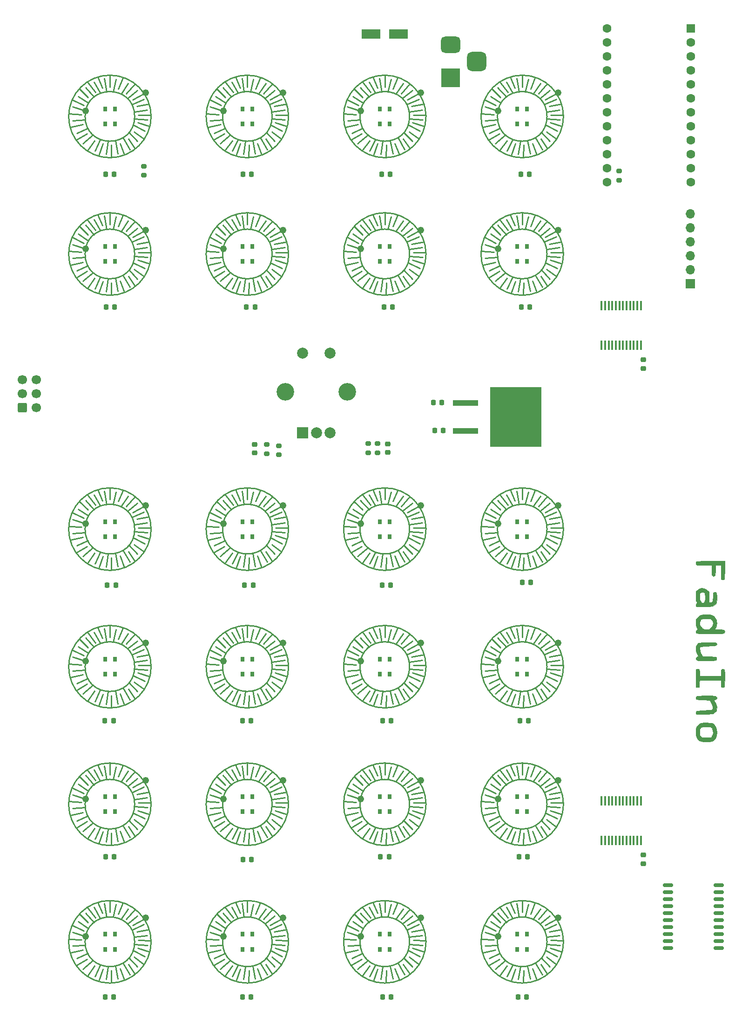
<source format=gbr>
%TF.GenerationSoftware,KiCad,Pcbnew,(6.0.9-0)*%
%TF.CreationDate,2023-10-23T19:11:04-03:00*%
%TF.ProjectId,Faduino-1,46616475-696e-46f2-9d31-2e6b69636164,3*%
%TF.SameCoordinates,Original*%
%TF.FileFunction,Soldermask,Top*%
%TF.FilePolarity,Negative*%
%FSLAX46Y46*%
G04 Gerber Fmt 4.6, Leading zero omitted, Abs format (unit mm)*
G04 Created by KiCad (PCBNEW (6.0.9-0)) date 2023-10-23 19:11:04*
%MOMM*%
%LPD*%
G01*
G04 APERTURE LIST*
G04 Aperture macros list*
%AMRoundRect*
0 Rectangle with rounded corners*
0 $1 Rounding radius*
0 $2 $3 $4 $5 $6 $7 $8 $9 X,Y pos of 4 corners*
0 Add a 4 corners polygon primitive as box body*
4,1,4,$2,$3,$4,$5,$6,$7,$8,$9,$2,$3,0*
0 Add four circle primitives for the rounded corners*
1,1,$1+$1,$2,$3*
1,1,$1+$1,$4,$5*
1,1,$1+$1,$6,$7*
1,1,$1+$1,$8,$9*
0 Add four rect primitives between the rounded corners*
20,1,$1+$1,$2,$3,$4,$5,0*
20,1,$1+$1,$4,$5,$6,$7,0*
20,1,$1+$1,$6,$7,$8,$9,0*
20,1,$1+$1,$8,$9,$2,$3,0*%
G04 Aperture macros list end*
%ADD10C,0.010000*%
%ADD11C,0.254000*%
%ADD12RoundRect,0.225000X-0.250000X0.225000X-0.250000X-0.225000X0.250000X-0.225000X0.250000X0.225000X0*%
%ADD13RoundRect,0.225000X0.225000X0.250000X-0.225000X0.250000X-0.225000X-0.250000X0.225000X-0.250000X0*%
%ADD14RoundRect,0.225000X-0.225000X-0.250000X0.225000X-0.250000X0.225000X0.250000X-0.225000X0.250000X0*%
%ADD15R,0.800000X0.950000*%
%ADD16R,3.500000X1.800000*%
%ADD17R,2.000000X2.000000*%
%ADD18C,2.000000*%
%ADD19C,3.200000*%
%ADD20RoundRect,0.200000X-0.275000X0.200000X-0.275000X-0.200000X0.275000X-0.200000X0.275000X0.200000X0*%
%ADD21RoundRect,0.200000X0.275000X-0.200000X0.275000X0.200000X-0.275000X0.200000X-0.275000X-0.200000X0*%
%ADD22R,0.450000X1.750000*%
%ADD23C,1.219200*%
%ADD24RoundRect,0.150000X-0.800000X-0.150000X0.800000X-0.150000X0.800000X0.150000X-0.800000X0.150000X0*%
%ADD25R,4.600000X1.100000*%
%ADD26R,9.400000X10.800000*%
%ADD27R,1.700000X1.700000*%
%ADD28O,1.700000X1.700000*%
%ADD29R,3.500000X3.500000*%
%ADD30RoundRect,0.750000X-1.000000X0.750000X-1.000000X-0.750000X1.000000X-0.750000X1.000000X0.750000X0*%
%ADD31RoundRect,0.875000X-0.875000X0.875000X-0.875000X-0.875000X0.875000X-0.875000X0.875000X0.875000X0*%
%ADD32R,1.600000X1.600000*%
%ADD33C,1.600000*%
%ADD34RoundRect,0.250000X-0.600000X-0.600000X0.600000X-0.600000X0.600000X0.600000X-0.600000X0.600000X0*%
%ADD35C,1.700000*%
G04 APERTURE END LIST*
%TO.C,G\u002A\u002A\u002A*%
G36*
X184007098Y-140540947D02*
G01*
X184374734Y-140594690D01*
X184653334Y-140702060D01*
X184882128Y-140877417D01*
X185072334Y-141097953D01*
X185233062Y-141325167D01*
X185321232Y-141518411D01*
X185358196Y-141747091D01*
X185365334Y-142050360D01*
X185352225Y-142399900D01*
X185302364Y-142647673D01*
X185199946Y-142859944D01*
X185156219Y-142927185D01*
X184947104Y-143235333D01*
X185774285Y-143235333D01*
X186216757Y-143244534D01*
X186515802Y-143277836D01*
X186696615Y-143343783D01*
X186784386Y-143450924D01*
X186804667Y-143584886D01*
X186747855Y-143761463D01*
X186671620Y-143864286D01*
X186612256Y-143904185D01*
X186510693Y-143935402D01*
X186347982Y-143958952D01*
X186105176Y-143975851D01*
X185763327Y-143987116D01*
X185303487Y-143993761D01*
X184706710Y-143996803D01*
X184190135Y-143997333D01*
X183445818Y-143996047D01*
X182853976Y-143990356D01*
X182397759Y-143977507D01*
X182060314Y-143954749D01*
X181824793Y-143919332D01*
X181674345Y-143868503D01*
X181592118Y-143799511D01*
X181561263Y-143709604D01*
X181564929Y-143596032D01*
X181568460Y-143569256D01*
X181658877Y-143377597D01*
X181775649Y-143284146D01*
X181953631Y-143205960D01*
X181754482Y-142912498D01*
X181637669Y-142700962D01*
X181576426Y-142464184D01*
X181555873Y-142137747D01*
X181555590Y-142091831D01*
X182232667Y-142091831D01*
X182253451Y-142325883D01*
X182335108Y-142527368D01*
X182506593Y-142759126D01*
X182578529Y-142842413D01*
X182774512Y-143056653D01*
X182926386Y-143174158D01*
X183099083Y-143223980D01*
X183357533Y-143235167D01*
X183456746Y-143235333D01*
X183753282Y-143229389D01*
X183946333Y-143192687D01*
X184101730Y-143096926D01*
X184285304Y-142913804D01*
X184338551Y-142856225D01*
X184542297Y-142616022D01*
X184647982Y-142422731D01*
X184685439Y-142212281D01*
X184688000Y-142105643D01*
X184623366Y-141709425D01*
X184512522Y-141511085D01*
X184425415Y-141410887D01*
X184329293Y-141346297D01*
X184187361Y-141309514D01*
X183962821Y-141292736D01*
X183618875Y-141288162D01*
X183460334Y-141288000D01*
X183064902Y-141290110D01*
X182801999Y-141301640D01*
X182634828Y-141330394D01*
X182526590Y-141384171D01*
X182440489Y-141470775D01*
X182408146Y-141511085D01*
X182260875Y-141830813D01*
X182232667Y-142091831D01*
X181555590Y-142091831D01*
X181555334Y-142050360D01*
X181563861Y-141727574D01*
X181603871Y-141504114D01*
X181697002Y-141310261D01*
X181852731Y-141092194D01*
X182058673Y-140858770D01*
X182282499Y-140697849D01*
X182560360Y-140597099D01*
X182928413Y-140544188D01*
X183422810Y-140526783D01*
X183460334Y-140526651D01*
X183511200Y-140526472D01*
X184007098Y-140540947D01*
G37*
D10*
X184007098Y-140540947D02*
X184374734Y-140594690D01*
X184653334Y-140702060D01*
X184882128Y-140877417D01*
X185072334Y-141097953D01*
X185233062Y-141325167D01*
X185321232Y-141518411D01*
X185358196Y-141747091D01*
X185365334Y-142050360D01*
X185352225Y-142399900D01*
X185302364Y-142647673D01*
X185199946Y-142859944D01*
X185156219Y-142927185D01*
X184947104Y-143235333D01*
X185774285Y-143235333D01*
X186216757Y-143244534D01*
X186515802Y-143277836D01*
X186696615Y-143343783D01*
X186784386Y-143450924D01*
X186804667Y-143584886D01*
X186747855Y-143761463D01*
X186671620Y-143864286D01*
X186612256Y-143904185D01*
X186510693Y-143935402D01*
X186347982Y-143958952D01*
X186105176Y-143975851D01*
X185763327Y-143987116D01*
X185303487Y-143993761D01*
X184706710Y-143996803D01*
X184190135Y-143997333D01*
X183445818Y-143996047D01*
X182853976Y-143990356D01*
X182397759Y-143977507D01*
X182060314Y-143954749D01*
X181824793Y-143919332D01*
X181674345Y-143868503D01*
X181592118Y-143799511D01*
X181561263Y-143709604D01*
X181564929Y-143596032D01*
X181568460Y-143569256D01*
X181658877Y-143377597D01*
X181775649Y-143284146D01*
X181953631Y-143205960D01*
X181754482Y-142912498D01*
X181637669Y-142700962D01*
X181576426Y-142464184D01*
X181555873Y-142137747D01*
X181555590Y-142091831D01*
X182232667Y-142091831D01*
X182253451Y-142325883D01*
X182335108Y-142527368D01*
X182506593Y-142759126D01*
X182578529Y-142842413D01*
X182774512Y-143056653D01*
X182926386Y-143174158D01*
X183099083Y-143223980D01*
X183357533Y-143235167D01*
X183456746Y-143235333D01*
X183753282Y-143229389D01*
X183946333Y-143192687D01*
X184101730Y-143096926D01*
X184285304Y-142913804D01*
X184338551Y-142856225D01*
X184542297Y-142616022D01*
X184647982Y-142422731D01*
X184685439Y-142212281D01*
X184688000Y-142105643D01*
X184623366Y-141709425D01*
X184512522Y-141511085D01*
X184425415Y-141410887D01*
X184329293Y-141346297D01*
X184187361Y-141309514D01*
X183962821Y-141292736D01*
X183618875Y-141288162D01*
X183460334Y-141288000D01*
X183064902Y-141290110D01*
X182801999Y-141301640D01*
X182634828Y-141330394D01*
X182526590Y-141384171D01*
X182440489Y-141470775D01*
X182408146Y-141511085D01*
X182260875Y-141830813D01*
X182232667Y-142091831D01*
X181555590Y-142091831D01*
X181555334Y-142050360D01*
X181563861Y-141727574D01*
X181603871Y-141504114D01*
X181697002Y-141310261D01*
X181852731Y-141092194D01*
X182058673Y-140858770D01*
X182282499Y-140697849D01*
X182560360Y-140597099D01*
X182928413Y-140544188D01*
X183422810Y-140526783D01*
X183460334Y-140526651D01*
X183511200Y-140526472D01*
X184007098Y-140540947D01*
G36*
X184687964Y-145577753D02*
G01*
X184957305Y-145587881D01*
X185131962Y-145608631D01*
X185236802Y-145642108D01*
X185296688Y-145690417D01*
X185312024Y-145711833D01*
X185361547Y-145893500D01*
X185313823Y-146008167D01*
X185255291Y-146065781D01*
X185144846Y-146111288D01*
X184957937Y-146148546D01*
X184670008Y-146181416D01*
X184256506Y-146213756D01*
X183832589Y-146241000D01*
X183359564Y-146273479D01*
X182942502Y-146308953D01*
X182612253Y-146344257D01*
X182399666Y-146376231D01*
X182338500Y-146394163D01*
X182244649Y-146549402D01*
X182239286Y-146810965D01*
X182317247Y-147144100D01*
X182473371Y-147514052D01*
X182516992Y-147595667D01*
X182799298Y-148103667D01*
X183976483Y-148146000D01*
X184412177Y-148166127D01*
X184790878Y-148191977D01*
X185078450Y-148220600D01*
X185240756Y-148249046D01*
X185259500Y-148256830D01*
X185353131Y-148403679D01*
X185350058Y-148603795D01*
X185258471Y-148777513D01*
X185201567Y-148820354D01*
X185059636Y-148850902D01*
X184772546Y-148876110D01*
X184364422Y-148894764D01*
X183859389Y-148905651D01*
X183460334Y-148908000D01*
X182901727Y-148903285D01*
X182423110Y-148889951D01*
X182048608Y-148869212D01*
X181802346Y-148842282D01*
X181719101Y-148820354D01*
X181575266Y-148666742D01*
X181560656Y-148470114D01*
X181668674Y-148288587D01*
X181788167Y-148211708D01*
X181961234Y-148136050D01*
X182046502Y-148096299D01*
X182019169Y-148023192D01*
X181922104Y-147849939D01*
X181813669Y-147673533D01*
X181648009Y-147370411D01*
X181572394Y-147090233D01*
X181557587Y-146795924D01*
X181589167Y-146434818D01*
X181670971Y-146153445D01*
X181697888Y-146103231D01*
X181818346Y-145932668D01*
X181955856Y-145804826D01*
X182135960Y-145713252D01*
X182384199Y-145651496D01*
X182726116Y-145613106D01*
X183187252Y-145591632D01*
X183765772Y-145580943D01*
X184299074Y-145576142D01*
X184687964Y-145577753D01*
G37*
X184687964Y-145577753D02*
X184957305Y-145587881D01*
X185131962Y-145608631D01*
X185236802Y-145642108D01*
X185296688Y-145690417D01*
X185312024Y-145711833D01*
X185361547Y-145893500D01*
X185313823Y-146008167D01*
X185255291Y-146065781D01*
X185144846Y-146111288D01*
X184957937Y-146148546D01*
X184670008Y-146181416D01*
X184256506Y-146213756D01*
X183832589Y-146241000D01*
X183359564Y-146273479D01*
X182942502Y-146308953D01*
X182612253Y-146344257D01*
X182399666Y-146376231D01*
X182338500Y-146394163D01*
X182244649Y-146549402D01*
X182239286Y-146810965D01*
X182317247Y-147144100D01*
X182473371Y-147514052D01*
X182516992Y-147595667D01*
X182799298Y-148103667D01*
X183976483Y-148146000D01*
X184412177Y-148166127D01*
X184790878Y-148191977D01*
X185078450Y-148220600D01*
X185240756Y-148249046D01*
X185259500Y-148256830D01*
X185353131Y-148403679D01*
X185350058Y-148603795D01*
X185258471Y-148777513D01*
X185201567Y-148820354D01*
X185059636Y-148850902D01*
X184772546Y-148876110D01*
X184364422Y-148894764D01*
X183859389Y-148905651D01*
X183460334Y-148908000D01*
X182901727Y-148903285D01*
X182423110Y-148889951D01*
X182048608Y-148869212D01*
X181802346Y-148842282D01*
X181719101Y-148820354D01*
X181575266Y-148666742D01*
X181560656Y-148470114D01*
X181668674Y-148288587D01*
X181788167Y-148211708D01*
X181961234Y-148136050D01*
X182046502Y-148096299D01*
X182019169Y-148023192D01*
X181922104Y-147849939D01*
X181813669Y-147673533D01*
X181648009Y-147370411D01*
X181572394Y-147090233D01*
X181557587Y-146795924D01*
X181589167Y-146434818D01*
X181670971Y-146153445D01*
X181697888Y-146103231D01*
X181818346Y-145932668D01*
X181955856Y-145804826D01*
X182135960Y-145713252D01*
X182384199Y-145651496D01*
X182726116Y-145613106D01*
X183187252Y-145591632D01*
X183765772Y-145580943D01*
X184299074Y-145576142D01*
X184687964Y-145577753D01*
G36*
X183446121Y-135916739D02*
G01*
X183644811Y-136079211D01*
X183926000Y-136360400D01*
X183926000Y-138324667D01*
X184205400Y-138324667D01*
X184412870Y-138307552D01*
X184551325Y-138237773D01*
X184634277Y-138087675D01*
X184675241Y-137829602D01*
X184687730Y-137435901D01*
X184688000Y-137337045D01*
X184691785Y-136962254D01*
X184707742Y-136721028D01*
X184742777Y-136577683D01*
X184803796Y-136496532D01*
X184857334Y-136462000D01*
X185073840Y-136417693D01*
X185196000Y-136462000D01*
X185271048Y-136517003D01*
X185320071Y-136607469D01*
X185348501Y-136765869D01*
X185361769Y-137024679D01*
X185365305Y-137416370D01*
X185365334Y-137474483D01*
X185362757Y-137885822D01*
X185350253Y-138166645D01*
X185320667Y-138355746D01*
X185266839Y-138491918D01*
X185181613Y-138613958D01*
X185147486Y-138655238D01*
X184917637Y-138852136D01*
X184646570Y-138987664D01*
X184618320Y-138995853D01*
X184423737Y-139026579D01*
X184112703Y-139052918D01*
X183720733Y-139074169D01*
X183283346Y-139089629D01*
X182836056Y-139098597D01*
X182414381Y-139100370D01*
X182053838Y-139094248D01*
X181789943Y-139079527D01*
X181658213Y-139055506D01*
X181656283Y-139054396D01*
X181568294Y-138914991D01*
X181568850Y-138717863D01*
X181650935Y-138545084D01*
X181703500Y-138502039D01*
X181795717Y-138434089D01*
X181800881Y-138346531D01*
X181718991Y-138180065D01*
X181703500Y-138152303D01*
X181622512Y-137950002D01*
X181575421Y-137673087D01*
X181556426Y-137281300D01*
X181555334Y-137124005D01*
X181556113Y-137010760D01*
X182233824Y-137010760D01*
X182247416Y-137349880D01*
X182300501Y-137697356D01*
X182390792Y-138001684D01*
X182398992Y-138021314D01*
X182521206Y-138264605D01*
X182638527Y-138381338D01*
X182773944Y-138409333D01*
X182984272Y-138376810D01*
X183124870Y-138263142D01*
X183207521Y-138044187D01*
X183244008Y-137695798D01*
X183248667Y-137436544D01*
X183242747Y-137092834D01*
X183227017Y-136804677D01*
X183204518Y-136621844D01*
X183197275Y-136595925D01*
X183085244Y-136510017D01*
X182874290Y-136465673D01*
X182630249Y-136465358D01*
X182418956Y-136511538D01*
X182334267Y-136563600D01*
X182262012Y-136731499D01*
X182233824Y-137010760D01*
X181556113Y-137010760D01*
X181557841Y-136759452D01*
X181573422Y-136519315D01*
X181614164Y-136358682D01*
X181692155Y-136232639D01*
X181819483Y-136096273D01*
X181836523Y-136079211D01*
X182202503Y-135823370D01*
X182619021Y-135711011D01*
X182630249Y-135711828D01*
X183046690Y-135742134D01*
X183446121Y-135916739D01*
G37*
X183446121Y-135916739D02*
X183644811Y-136079211D01*
X183926000Y-136360400D01*
X183926000Y-138324667D01*
X184205400Y-138324667D01*
X184412870Y-138307552D01*
X184551325Y-138237773D01*
X184634277Y-138087675D01*
X184675241Y-137829602D01*
X184687730Y-137435901D01*
X184688000Y-137337045D01*
X184691785Y-136962254D01*
X184707742Y-136721028D01*
X184742777Y-136577683D01*
X184803796Y-136496532D01*
X184857334Y-136462000D01*
X185073840Y-136417693D01*
X185196000Y-136462000D01*
X185271048Y-136517003D01*
X185320071Y-136607469D01*
X185348501Y-136765869D01*
X185361769Y-137024679D01*
X185365305Y-137416370D01*
X185365334Y-137474483D01*
X185362757Y-137885822D01*
X185350253Y-138166645D01*
X185320667Y-138355746D01*
X185266839Y-138491918D01*
X185181613Y-138613958D01*
X185147486Y-138655238D01*
X184917637Y-138852136D01*
X184646570Y-138987664D01*
X184618320Y-138995853D01*
X184423737Y-139026579D01*
X184112703Y-139052918D01*
X183720733Y-139074169D01*
X183283346Y-139089629D01*
X182836056Y-139098597D01*
X182414381Y-139100370D01*
X182053838Y-139094248D01*
X181789943Y-139079527D01*
X181658213Y-139055506D01*
X181656283Y-139054396D01*
X181568294Y-138914991D01*
X181568850Y-138717863D01*
X181650935Y-138545084D01*
X181703500Y-138502039D01*
X181795717Y-138434089D01*
X181800881Y-138346531D01*
X181718991Y-138180065D01*
X181703500Y-138152303D01*
X181622512Y-137950002D01*
X181575421Y-137673087D01*
X181556426Y-137281300D01*
X181555334Y-137124005D01*
X181556113Y-137010760D01*
X182233824Y-137010760D01*
X182247416Y-137349880D01*
X182300501Y-137697356D01*
X182390792Y-138001684D01*
X182398992Y-138021314D01*
X182521206Y-138264605D01*
X182638527Y-138381338D01*
X182773944Y-138409333D01*
X182984272Y-138376810D01*
X183124870Y-138263142D01*
X183207521Y-138044187D01*
X183244008Y-137695798D01*
X183248667Y-137436544D01*
X183242747Y-137092834D01*
X183227017Y-136804677D01*
X183204518Y-136621844D01*
X183197275Y-136595925D01*
X183085244Y-136510017D01*
X182874290Y-136465673D01*
X182630249Y-136465358D01*
X182418956Y-136511538D01*
X182334267Y-136563600D01*
X182262012Y-136731499D01*
X182233824Y-137010760D01*
X181556113Y-137010760D01*
X181557841Y-136759452D01*
X181573422Y-136519315D01*
X181614164Y-136358682D01*
X181692155Y-136232639D01*
X181819483Y-136096273D01*
X181836523Y-136079211D01*
X182202503Y-135823370D01*
X182619021Y-135711011D01*
X182630249Y-135711828D01*
X183046690Y-135742134D01*
X183446121Y-135916739D01*
G36*
X186804667Y-132348742D02*
G01*
X186801972Y-132853046D01*
X186794484Y-133304295D01*
X186783099Y-133672967D01*
X186768712Y-133929542D01*
X186753275Y-134042075D01*
X186636904Y-134144525D01*
X186447749Y-134174228D01*
X186265942Y-134131185D01*
X186178726Y-134042075D01*
X186159983Y-133911639D01*
X186144301Y-133647035D01*
X186133056Y-133283422D01*
X186127625Y-132855957D01*
X186127334Y-132729742D01*
X186127334Y-131551333D01*
X185111334Y-131551333D01*
X185111334Y-132479688D01*
X185108646Y-132891321D01*
X185097000Y-133166001D01*
X185071021Y-133336067D01*
X185025334Y-133433861D01*
X184954566Y-133491723D01*
X184942000Y-133498667D01*
X184725494Y-133542973D01*
X184603334Y-133498667D01*
X184528514Y-133443889D01*
X184479548Y-133353834D01*
X184451064Y-133196162D01*
X184437686Y-132938531D01*
X184434040Y-132548600D01*
X184434000Y-132479688D01*
X184434000Y-131551333D01*
X183096267Y-131551333D01*
X182509442Y-131545807D01*
X182081953Y-131528773D01*
X181804149Y-131499550D01*
X181666379Y-131457458D01*
X181656934Y-131449733D01*
X181564062Y-131259114D01*
X181583427Y-131044087D01*
X181706384Y-130884283D01*
X181719101Y-130876979D01*
X181856479Y-130849855D01*
X182151559Y-130827256D01*
X182592762Y-130809567D01*
X183168505Y-130797175D01*
X183867209Y-130790468D01*
X184343768Y-130789333D01*
X186804667Y-130789333D01*
X186804667Y-132348742D01*
G37*
X186804667Y-132348742D02*
X186801972Y-132853046D01*
X186794484Y-133304295D01*
X186783099Y-133672967D01*
X186768712Y-133929542D01*
X186753275Y-134042075D01*
X186636904Y-134144525D01*
X186447749Y-134174228D01*
X186265942Y-134131185D01*
X186178726Y-134042075D01*
X186159983Y-133911639D01*
X186144301Y-133647035D01*
X186133056Y-133283422D01*
X186127625Y-132855957D01*
X186127334Y-132729742D01*
X186127334Y-131551333D01*
X185111334Y-131551333D01*
X185111334Y-132479688D01*
X185108646Y-132891321D01*
X185097000Y-133166001D01*
X185071021Y-133336067D01*
X185025334Y-133433861D01*
X184954566Y-133491723D01*
X184942000Y-133498667D01*
X184725494Y-133542973D01*
X184603334Y-133498667D01*
X184528514Y-133443889D01*
X184479548Y-133353834D01*
X184451064Y-133196162D01*
X184437686Y-132938531D01*
X184434040Y-132548600D01*
X184434000Y-132479688D01*
X184434000Y-131551333D01*
X183096267Y-131551333D01*
X182509442Y-131545807D01*
X182081953Y-131528773D01*
X181804149Y-131499550D01*
X181666379Y-131457458D01*
X181656934Y-131449733D01*
X181564062Y-131259114D01*
X181583427Y-131044087D01*
X181706384Y-130884283D01*
X181719101Y-130876979D01*
X181856479Y-130849855D01*
X182151559Y-130827256D01*
X182592762Y-130809567D01*
X183168505Y-130797175D01*
X183867209Y-130790468D01*
X184343768Y-130789333D01*
X186804667Y-130789333D01*
X186804667Y-132348742D01*
G36*
X183656834Y-160182369D02*
G01*
X184055838Y-160202802D01*
X184329534Y-160232539D01*
X184521944Y-160281634D01*
X184677090Y-160360142D01*
X184791841Y-160441595D01*
X185069154Y-160708520D01*
X185247439Y-161028025D01*
X185341207Y-161437120D01*
X185365334Y-161904333D01*
X185334501Y-162422944D01*
X185232197Y-162819379D01*
X185043716Y-163130997D01*
X184788510Y-163369612D01*
X184653372Y-163466069D01*
X184523617Y-163530635D01*
X184362264Y-163569693D01*
X184132334Y-163589622D01*
X183796847Y-163596805D01*
X183466924Y-163597667D01*
X182954595Y-163589535D01*
X182577688Y-163556283D01*
X182302708Y-163484624D01*
X182096158Y-163361274D01*
X181924541Y-163172946D01*
X181763531Y-162922050D01*
X181652062Y-162701649D01*
X181588315Y-162476256D01*
X181560237Y-162186255D01*
X181555535Y-161904333D01*
X182232667Y-161904333D01*
X182249504Y-162251708D01*
X182308932Y-162489505D01*
X182408146Y-162654915D01*
X182495253Y-162755113D01*
X182591374Y-162819703D01*
X182733307Y-162856485D01*
X182957847Y-162873263D01*
X183301793Y-162877838D01*
X183460334Y-162878000D01*
X183855765Y-162875890D01*
X184118668Y-162864359D01*
X184285840Y-162835606D01*
X184394078Y-162781828D01*
X184480178Y-162695225D01*
X184512522Y-162654915D01*
X184641144Y-162379128D01*
X184695555Y-162017133D01*
X184675738Y-161634939D01*
X184581675Y-161298551D01*
X184512902Y-161176570D01*
X184428903Y-161066497D01*
X184341149Y-160995429D01*
X184213133Y-160954833D01*
X184008348Y-160936177D01*
X183690286Y-160930929D01*
X183460714Y-160930667D01*
X183065186Y-160932774D01*
X182802198Y-160944294D01*
X182634963Y-160973023D01*
X182526696Y-161026757D01*
X182440612Y-161113293D01*
X182408146Y-161153751D01*
X182299708Y-161342220D01*
X182245734Y-161589480D01*
X182232667Y-161904333D01*
X181555535Y-161904333D01*
X181555334Y-161892304D01*
X181562503Y-161531456D01*
X181593290Y-161279496D01*
X181661616Y-161076258D01*
X181781401Y-160861576D01*
X181801013Y-160830423D01*
X182019622Y-160549907D01*
X182280777Y-160355111D01*
X182614310Y-160235618D01*
X183050054Y-160181011D01*
X183460714Y-160180910D01*
X183617842Y-160180870D01*
X183656834Y-160182369D01*
G37*
X183656834Y-160182369D02*
X184055838Y-160202802D01*
X184329534Y-160232539D01*
X184521944Y-160281634D01*
X184677090Y-160360142D01*
X184791841Y-160441595D01*
X185069154Y-160708520D01*
X185247439Y-161028025D01*
X185341207Y-161437120D01*
X185365334Y-161904333D01*
X185334501Y-162422944D01*
X185232197Y-162819379D01*
X185043716Y-163130997D01*
X184788510Y-163369612D01*
X184653372Y-163466069D01*
X184523617Y-163530635D01*
X184362264Y-163569693D01*
X184132334Y-163589622D01*
X183796847Y-163596805D01*
X183466924Y-163597667D01*
X182954595Y-163589535D01*
X182577688Y-163556283D01*
X182302708Y-163484624D01*
X182096158Y-163361274D01*
X181924541Y-163172946D01*
X181763531Y-162922050D01*
X181652062Y-162701649D01*
X181588315Y-162476256D01*
X181560237Y-162186255D01*
X181555535Y-161904333D01*
X182232667Y-161904333D01*
X182249504Y-162251708D01*
X182308932Y-162489505D01*
X182408146Y-162654915D01*
X182495253Y-162755113D01*
X182591374Y-162819703D01*
X182733307Y-162856485D01*
X182957847Y-162873263D01*
X183301793Y-162877838D01*
X183460334Y-162878000D01*
X183855765Y-162875890D01*
X184118668Y-162864359D01*
X184285840Y-162835606D01*
X184394078Y-162781828D01*
X184480178Y-162695225D01*
X184512522Y-162654915D01*
X184641144Y-162379128D01*
X184695555Y-162017133D01*
X184675738Y-161634939D01*
X184581675Y-161298551D01*
X184512902Y-161176570D01*
X184428903Y-161066497D01*
X184341149Y-160995429D01*
X184213133Y-160954833D01*
X184008348Y-160936177D01*
X183690286Y-160930929D01*
X183460714Y-160930667D01*
X183065186Y-160932774D01*
X182802198Y-160944294D01*
X182634963Y-160973023D01*
X182526696Y-161026757D01*
X182440612Y-161113293D01*
X182408146Y-161153751D01*
X182299708Y-161342220D01*
X182245734Y-161589480D01*
X182232667Y-161904333D01*
X181555535Y-161904333D01*
X181555334Y-161892304D01*
X181562503Y-161531456D01*
X181593290Y-161279496D01*
X181661616Y-161076258D01*
X181781401Y-160861576D01*
X181801013Y-160830423D01*
X182019622Y-160549907D01*
X182280777Y-160355111D01*
X182614310Y-160235618D01*
X183050054Y-160181011D01*
X183460714Y-160180910D01*
X183617842Y-160180870D01*
X183656834Y-160182369D01*
G36*
X184461038Y-155272822D02*
G01*
X184829204Y-155294060D01*
X185084772Y-155334381D01*
X185246574Y-155397125D01*
X185333440Y-155485636D01*
X185364202Y-155603254D01*
X185365334Y-155638719D01*
X185305751Y-155835055D01*
X185132500Y-155954292D01*
X184959433Y-156029949D01*
X184874165Y-156069701D01*
X184901499Y-156142808D01*
X184998564Y-156316061D01*
X185106999Y-156492467D01*
X185261734Y-156768833D01*
X185339712Y-157021174D01*
X185364621Y-157335224D01*
X185365334Y-157427547D01*
X185356387Y-157733538D01*
X185314873Y-157935994D01*
X185218780Y-158100383D01*
X185090167Y-158246001D01*
X184914526Y-158410917D01*
X184738929Y-158507630D01*
X184500529Y-158562275D01*
X184264667Y-158589298D01*
X183876927Y-158619037D01*
X183437517Y-158641102D01*
X182981294Y-158655149D01*
X182543119Y-158660832D01*
X182157848Y-158657809D01*
X181860341Y-158645735D01*
X181685456Y-158624266D01*
X181660508Y-158615007D01*
X181569638Y-158474019D01*
X181568228Y-158276998D01*
X181649737Y-158107405D01*
X181703500Y-158066247D01*
X181836738Y-158036073D01*
X182105917Y-158003451D01*
X182477737Y-157971467D01*
X182918897Y-157943208D01*
X183161492Y-157931150D01*
X183621332Y-157905257D01*
X184025055Y-157872606D01*
X184340600Y-157836557D01*
X184535906Y-157800470D01*
X184579659Y-157782515D01*
X184676530Y-157598223D01*
X184675445Y-157311582D01*
X184581096Y-156954914D01*
X184403644Y-156570333D01*
X184121307Y-156062333D01*
X182944154Y-156020000D01*
X182508465Y-155999872D01*
X182129770Y-155974022D01*
X181842205Y-155945399D01*
X181679907Y-155916952D01*
X181661167Y-155909170D01*
X181567267Y-155759091D01*
X181582912Y-155545304D01*
X181638069Y-155427333D01*
X181694886Y-155381071D01*
X181813680Y-155345717D01*
X182016120Y-155319288D01*
X182323878Y-155299802D01*
X182758623Y-155285276D01*
X183311589Y-155274222D01*
X183961443Y-155267323D01*
X184461038Y-155272822D01*
G37*
X184461038Y-155272822D02*
X184829204Y-155294060D01*
X185084772Y-155334381D01*
X185246574Y-155397125D01*
X185333440Y-155485636D01*
X185364202Y-155603254D01*
X185365334Y-155638719D01*
X185305751Y-155835055D01*
X185132500Y-155954292D01*
X184959433Y-156029949D01*
X184874165Y-156069701D01*
X184901499Y-156142808D01*
X184998564Y-156316061D01*
X185106999Y-156492467D01*
X185261734Y-156768833D01*
X185339712Y-157021174D01*
X185364621Y-157335224D01*
X185365334Y-157427547D01*
X185356387Y-157733538D01*
X185314873Y-157935994D01*
X185218780Y-158100383D01*
X185090167Y-158246001D01*
X184914526Y-158410917D01*
X184738929Y-158507630D01*
X184500529Y-158562275D01*
X184264667Y-158589298D01*
X183876927Y-158619037D01*
X183437517Y-158641102D01*
X182981294Y-158655149D01*
X182543119Y-158660832D01*
X182157848Y-158657809D01*
X181860341Y-158645735D01*
X181685456Y-158624266D01*
X181660508Y-158615007D01*
X181569638Y-158474019D01*
X181568228Y-158276998D01*
X181649737Y-158107405D01*
X181703500Y-158066247D01*
X181836738Y-158036073D01*
X182105917Y-158003451D01*
X182477737Y-157971467D01*
X182918897Y-157943208D01*
X183161492Y-157931150D01*
X183621332Y-157905257D01*
X184025055Y-157872606D01*
X184340600Y-157836557D01*
X184535906Y-157800470D01*
X184579659Y-157782515D01*
X184676530Y-157598223D01*
X184675445Y-157311582D01*
X184581096Y-156954914D01*
X184403644Y-156570333D01*
X184121307Y-156062333D01*
X182944154Y-156020000D01*
X182508465Y-155999872D01*
X182129770Y-155974022D01*
X181842205Y-155945399D01*
X181679907Y-155916952D01*
X181661167Y-155909170D01*
X181567267Y-155759091D01*
X181582912Y-155545304D01*
X181638069Y-155427333D01*
X181694886Y-155381071D01*
X181813680Y-155345717D01*
X182016120Y-155319288D01*
X182323878Y-155299802D01*
X182758623Y-155285276D01*
X183311589Y-155274222D01*
X183961443Y-155267323D01*
X184461038Y-155272822D01*
G36*
X182063334Y-150432000D02*
G01*
X182154575Y-150505090D01*
X182206176Y-150629850D01*
X182228632Y-150848449D01*
X182232667Y-151112312D01*
X182232667Y-151702000D01*
X186127334Y-151702000D01*
X186127334Y-151112312D01*
X186149023Y-150729529D01*
X186221238Y-150496512D01*
X186354701Y-150398440D01*
X186560132Y-150420490D01*
X186614167Y-150439276D01*
X186682773Y-150470449D01*
X186732548Y-150520661D01*
X186766512Y-150614474D01*
X186787686Y-150776450D01*
X186799089Y-151031151D01*
X186803742Y-151403140D01*
X186804664Y-151916978D01*
X186804667Y-151988680D01*
X186801824Y-152479619D01*
X186793943Y-152917310D01*
X186781997Y-153271243D01*
X186766959Y-153510907D01*
X186753275Y-153600075D01*
X186633986Y-153703097D01*
X186466001Y-153734000D01*
X186303555Y-153710748D01*
X186202042Y-153620841D01*
X186148146Y-153434049D01*
X186128554Y-153120143D01*
X186127334Y-152965075D01*
X186127334Y-152464000D01*
X182240086Y-152464000D01*
X182215210Y-153077833D01*
X182190334Y-153691667D01*
X181597667Y-153691667D01*
X181574647Y-152108137D01*
X181567429Y-151553129D01*
X181565667Y-151143493D01*
X181571477Y-150855304D01*
X181586977Y-150664634D01*
X181614281Y-150547556D01*
X181655508Y-150480143D01*
X181712772Y-150438469D01*
X181722814Y-150432992D01*
X181939265Y-150387443D01*
X182063334Y-150432000D01*
G37*
X182063334Y-150432000D02*
X182154575Y-150505090D01*
X182206176Y-150629850D01*
X182228632Y-150848449D01*
X182232667Y-151112312D01*
X182232667Y-151702000D01*
X186127334Y-151702000D01*
X186127334Y-151112312D01*
X186149023Y-150729529D01*
X186221238Y-150496512D01*
X186354701Y-150398440D01*
X186560132Y-150420490D01*
X186614167Y-150439276D01*
X186682773Y-150470449D01*
X186732548Y-150520661D01*
X186766512Y-150614474D01*
X186787686Y-150776450D01*
X186799089Y-151031151D01*
X186803742Y-151403140D01*
X186804664Y-151916978D01*
X186804667Y-151988680D01*
X186801824Y-152479619D01*
X186793943Y-152917310D01*
X186781997Y-153271243D01*
X186766959Y-153510907D01*
X186753275Y-153600075D01*
X186633986Y-153703097D01*
X186466001Y-153734000D01*
X186303555Y-153710748D01*
X186202042Y-153620841D01*
X186148146Y-153434049D01*
X186128554Y-153120143D01*
X186127334Y-152965075D01*
X186127334Y-152464000D01*
X182240086Y-152464000D01*
X182215210Y-153077833D01*
X182190334Y-153691667D01*
X181597667Y-153691667D01*
X181574647Y-152108137D01*
X181567429Y-151553129D01*
X181565667Y-151143493D01*
X181571477Y-150855304D01*
X181586977Y-150664634D01*
X181614281Y-150547556D01*
X181655508Y-150480143D01*
X181712772Y-150438469D01*
X181722814Y-150432992D01*
X181939265Y-150387443D01*
X182063334Y-150432000D01*
D11*
%TO.C,SW1*%
X79228720Y-51571700D02*
X81359780Y-52620720D01*
X68878220Y-54281880D02*
X70828940Y-53131260D01*
X78629280Y-55981140D02*
X77379600Y-53842460D01*
X79467480Y-49140920D02*
X81809360Y-48820880D01*
X76498220Y-44980400D02*
X77338960Y-42961100D01*
X70958480Y-43761200D02*
X72408820Y-45640800D01*
X80049140Y-51122120D02*
X82167500Y-51800300D01*
X80168520Y-49730200D02*
X82459600Y-49760680D01*
X68207660Y-48262080D02*
X70577480Y-49021540D01*
X70559700Y-44761960D02*
X72119260Y-46481540D01*
X74999620Y-44632420D02*
X74999620Y-42511520D01*
X76998600Y-45902420D02*
X78339720Y-43992340D01*
X68159400Y-46971760D02*
X70219340Y-48000460D01*
X75558420Y-45490940D02*
X76099440Y-43210020D01*
X74417960Y-45521420D02*
X74009020Y-43050000D01*
X79889120Y-48180800D02*
X82129400Y-47761700D01*
X78189860Y-46730460D02*
X80008500Y-45300440D01*
X70107580Y-51470100D02*
X67829200Y-51980640D01*
X69228740Y-46341840D02*
X71088020Y-47571200D01*
X69477660Y-44990560D02*
X70999120Y-46501860D01*
X79028060Y-47820120D02*
X81199760Y-46852380D01*
X74288420Y-56842200D02*
X74638940Y-54510480D01*
X79439540Y-52780740D02*
X81189600Y-54081220D01*
X72149740Y-43720560D02*
X73259720Y-45701760D01*
X71949080Y-53342080D02*
X70079640Y-54921960D01*
X68238140Y-50751280D02*
X70539380Y-50601420D01*
X79139820Y-46951440D02*
X81169280Y-45861780D01*
X72238640Y-54370780D02*
X70897520Y-56222440D01*
X75289180Y-55211520D02*
X75218060Y-57441640D01*
X79508120Y-50431240D02*
X81867780Y-50591260D01*
X73678820Y-44820380D02*
X72817760Y-42851880D01*
X72258960Y-56311340D02*
X73249560Y-54251400D01*
X78367660Y-54060900D02*
X79569080Y-55841440D01*
X79528440Y-44081240D02*
X77968880Y-45861780D01*
X76848740Y-54881320D02*
X77628520Y-56931100D01*
X67529480Y-49491440D02*
X69818020Y-49631140D01*
X68989980Y-53022040D02*
X70988960Y-52082240D01*
X73709300Y-54952440D02*
X72949840Y-57131760D01*
X76439800Y-56760920D02*
X75977520Y-54411420D01*
X78459100Y-52900120D02*
X80008500Y-54520640D01*
X79508120Y-49991820D02*
G75*
G03*
X79508120Y-49991820I-4508500J0D01*
G01*
X82497700Y-50001980D02*
G75*
G03*
X82497700Y-50001980I-7498080J0D01*
G01*
%TO.C,SW2*%
X103367660Y-54060900D02*
X104569080Y-55841440D01*
X96949080Y-53342080D02*
X95079640Y-54921960D01*
X104528440Y-44081240D02*
X102968880Y-45861780D01*
X93238140Y-50751280D02*
X95539380Y-50601420D01*
X104228720Y-51571700D02*
X106359780Y-52620720D01*
X95958480Y-43761200D02*
X97408820Y-45640800D01*
X97149740Y-43720560D02*
X98259720Y-45701760D01*
X105168520Y-49730200D02*
X107459600Y-49760680D01*
X104028060Y-47820120D02*
X106199760Y-46852380D01*
X94228740Y-46341840D02*
X96088020Y-47571200D01*
X93878220Y-54281880D02*
X95828940Y-53131260D01*
X99417960Y-45521420D02*
X99009020Y-43050000D01*
X99999620Y-44632420D02*
X99999620Y-42511520D01*
X101439800Y-56760920D02*
X100977520Y-54411420D01*
X93207660Y-48262080D02*
X95577480Y-49021540D01*
X97238640Y-54370780D02*
X95897520Y-56222440D01*
X93159400Y-46971760D02*
X95219340Y-48000460D01*
X98678820Y-44820380D02*
X97817760Y-42851880D01*
X104508120Y-50431240D02*
X106867780Y-50591260D01*
X95559700Y-44761960D02*
X97119260Y-46481540D01*
X95107580Y-51470100D02*
X92829200Y-51980640D01*
X104467480Y-49140920D02*
X106809360Y-48820880D01*
X104139820Y-46951440D02*
X106169280Y-45861780D01*
X97258960Y-56311340D02*
X98249560Y-54251400D01*
X101848740Y-54881320D02*
X102628520Y-56931100D01*
X104439540Y-52780740D02*
X106189600Y-54081220D01*
X103459100Y-52900120D02*
X105008500Y-54520640D01*
X100558420Y-45490940D02*
X101099440Y-43210020D01*
X93989980Y-53022040D02*
X95988960Y-52082240D01*
X101998600Y-45902420D02*
X103339720Y-43992340D01*
X94477660Y-44990560D02*
X95999120Y-46501860D01*
X103629280Y-55981140D02*
X102379600Y-53842460D01*
X104889120Y-48180800D02*
X107129400Y-47761700D01*
X92529480Y-49491440D02*
X94818020Y-49631140D01*
X103189860Y-46730460D02*
X105008500Y-45300440D01*
X99288420Y-56842200D02*
X99638940Y-54510480D01*
X100289180Y-55211520D02*
X100218060Y-57441640D01*
X101498220Y-44980400D02*
X102338960Y-42961100D01*
X98709300Y-54952440D02*
X97949840Y-57131760D01*
X105049140Y-51122120D02*
X107167500Y-51800300D01*
X107497700Y-50001980D02*
G75*
G03*
X107497700Y-50001980I-7498080J0D01*
G01*
X104508120Y-49991820D02*
G75*
G03*
X104508120Y-49991820I-4508500J0D01*
G01*
%TO.C,SW3*%
X128367660Y-54060900D02*
X129569080Y-55841440D01*
X121949080Y-53342080D02*
X120079640Y-54921960D01*
X130049140Y-51122120D02*
X132167500Y-51800300D01*
X129508120Y-50431240D02*
X131867780Y-50591260D01*
X126498220Y-44980400D02*
X127338960Y-42961100D01*
X118159400Y-46971760D02*
X120219340Y-48000460D01*
X119477660Y-44990560D02*
X120999120Y-46501860D01*
X124417960Y-45521420D02*
X124009020Y-43050000D01*
X124288420Y-56842200D02*
X124638940Y-54510480D01*
X129028060Y-47820120D02*
X131199760Y-46852380D01*
X128629280Y-55981140D02*
X127379600Y-53842460D01*
X126848740Y-54881320D02*
X127628520Y-56931100D01*
X125558420Y-45490940D02*
X126099440Y-43210020D01*
X118989980Y-53022040D02*
X120988960Y-52082240D01*
X129528440Y-44081240D02*
X127968880Y-45861780D01*
X120559700Y-44761960D02*
X122119260Y-46481540D01*
X120107580Y-51470100D02*
X117829200Y-51980640D01*
X129889120Y-48180800D02*
X132129400Y-47761700D01*
X122149740Y-43720560D02*
X123259720Y-45701760D01*
X126998600Y-45902420D02*
X128339720Y-43992340D01*
X129467480Y-49140920D02*
X131809360Y-48820880D01*
X124999620Y-44632420D02*
X124999620Y-42511520D01*
X119228740Y-46341840D02*
X121088020Y-47571200D01*
X120958480Y-43761200D02*
X122408820Y-45640800D01*
X130168520Y-49730200D02*
X132459600Y-49760680D01*
X118878220Y-54281880D02*
X120828940Y-53131260D01*
X129439540Y-52780740D02*
X131189600Y-54081220D01*
X122258960Y-56311340D02*
X123249560Y-54251400D01*
X129228720Y-51571700D02*
X131359780Y-52620720D01*
X123709300Y-54952440D02*
X122949840Y-57131760D01*
X122238640Y-54370780D02*
X120897520Y-56222440D01*
X129139820Y-46951440D02*
X131169280Y-45861780D01*
X128459100Y-52900120D02*
X130008500Y-54520640D01*
X128189860Y-46730460D02*
X130008500Y-45300440D01*
X117529480Y-49491440D02*
X119818020Y-49631140D01*
X126439800Y-56760920D02*
X125977520Y-54411420D01*
X118207660Y-48262080D02*
X120577480Y-49021540D01*
X118238140Y-50751280D02*
X120539380Y-50601420D01*
X125289180Y-55211520D02*
X125218060Y-57441640D01*
X123678820Y-44820380D02*
X122817760Y-42851880D01*
X132497700Y-50001980D02*
G75*
G03*
X132497700Y-50001980I-7498080J0D01*
G01*
X129508120Y-49991820D02*
G75*
G03*
X129508120Y-49991820I-4508500J0D01*
G01*
%TO.C,SW4*%
X153367660Y-54060900D02*
X154569080Y-55841440D01*
X154228720Y-51571700D02*
X156359780Y-52620720D01*
X150289180Y-55211520D02*
X150218060Y-57441640D01*
X149288420Y-56842200D02*
X149638940Y-54510480D01*
X145107580Y-51470100D02*
X142829200Y-51980640D01*
X154439540Y-52780740D02*
X156189600Y-54081220D01*
X143878220Y-54281880D02*
X145828940Y-53131260D01*
X154028060Y-47820120D02*
X156199760Y-46852380D01*
X145559700Y-44761960D02*
X147119260Y-46481540D01*
X155168520Y-49730200D02*
X157459600Y-49760680D01*
X149999620Y-44632420D02*
X149999620Y-42511520D01*
X154508120Y-50431240D02*
X156867780Y-50591260D01*
X153629280Y-55981140D02*
X152379600Y-53842460D01*
X155049140Y-51122120D02*
X157167500Y-51800300D01*
X154139820Y-46951440D02*
X156169280Y-45861780D01*
X147149740Y-43720560D02*
X148259720Y-45701760D01*
X148709300Y-54952440D02*
X147949840Y-57131760D01*
X151439800Y-56760920D02*
X150977520Y-54411420D01*
X154528440Y-44081240D02*
X152968880Y-45861780D01*
X150558420Y-45490940D02*
X151099440Y-43210020D01*
X145958480Y-43761200D02*
X147408820Y-45640800D01*
X153459100Y-52900120D02*
X155008500Y-54520640D01*
X151498220Y-44980400D02*
X152338960Y-42961100D01*
X146949080Y-53342080D02*
X145079640Y-54921960D01*
X147238640Y-54370780D02*
X145897520Y-56222440D01*
X153189860Y-46730460D02*
X155008500Y-45300440D01*
X143238140Y-50751280D02*
X145539380Y-50601420D01*
X142529480Y-49491440D02*
X144818020Y-49631140D01*
X154889120Y-48180800D02*
X157129400Y-47761700D01*
X143989980Y-53022040D02*
X145988960Y-52082240D01*
X151848740Y-54881320D02*
X152628520Y-56931100D01*
X148678820Y-44820380D02*
X147817760Y-42851880D01*
X151998600Y-45902420D02*
X153339720Y-43992340D01*
X144228740Y-46341840D02*
X146088020Y-47571200D01*
X143159400Y-46971760D02*
X145219340Y-48000460D01*
X147258960Y-56311340D02*
X148249560Y-54251400D01*
X149417960Y-45521420D02*
X149009020Y-43050000D01*
X154467480Y-49140920D02*
X156809360Y-48820880D01*
X143207660Y-48262080D02*
X145577480Y-49021540D01*
X144477660Y-44990560D02*
X145999120Y-46501860D01*
X154508120Y-49991820D02*
G75*
G03*
X154508120Y-49991820I-4508500J0D01*
G01*
X157497700Y-50001980D02*
G75*
G03*
X157497700Y-50001980I-7498080J0D01*
G01*
%TO.C,SW5*%
X76498220Y-69980400D02*
X77338960Y-67961100D01*
X75558420Y-70490940D02*
X76099440Y-68210020D01*
X79467480Y-74140920D02*
X81809360Y-73820880D01*
X79528440Y-69081240D02*
X77968880Y-70861780D01*
X74999620Y-69632420D02*
X74999620Y-67511520D01*
X71949080Y-78342080D02*
X70079640Y-79921960D01*
X74288420Y-81842200D02*
X74638940Y-79510480D01*
X80049140Y-76122120D02*
X82167500Y-76800300D01*
X70107580Y-76470100D02*
X67829200Y-76980640D01*
X68878220Y-79281880D02*
X70828940Y-78131260D01*
X73709300Y-79952440D02*
X72949840Y-82131760D01*
X80168520Y-74730200D02*
X82459600Y-74760680D01*
X78367660Y-79060900D02*
X79569080Y-80841440D01*
X79439540Y-77780740D02*
X81189600Y-79081220D01*
X73678820Y-69820380D02*
X72817760Y-67851880D01*
X78189860Y-71730460D02*
X80008500Y-70300440D01*
X70958480Y-68761200D02*
X72408820Y-70640800D01*
X68159400Y-71971760D02*
X70219340Y-73000460D01*
X76848740Y-79881320D02*
X77628520Y-81931100D01*
X78459100Y-77900120D02*
X80008500Y-79520640D01*
X79508120Y-75431240D02*
X81867780Y-75591260D01*
X72149740Y-68720560D02*
X73259720Y-70701760D01*
X79139820Y-71951440D02*
X81169280Y-70861780D01*
X69477660Y-69990560D02*
X70999120Y-71501860D01*
X68989980Y-78022040D02*
X70988960Y-77082240D01*
X75289180Y-80211520D02*
X75218060Y-82441640D01*
X79028060Y-72820120D02*
X81199760Y-71852380D01*
X78629280Y-80981140D02*
X77379600Y-78842460D01*
X69228740Y-71341840D02*
X71088020Y-72571200D01*
X76998600Y-70902420D02*
X78339720Y-68992340D01*
X79228720Y-76571700D02*
X81359780Y-77620720D01*
X68207660Y-73262080D02*
X70577480Y-74021540D01*
X70559700Y-69761960D02*
X72119260Y-71481540D01*
X72258960Y-81311340D02*
X73249560Y-79251400D01*
X74417960Y-70521420D02*
X74009020Y-68050000D01*
X79889120Y-73180800D02*
X82129400Y-72761700D01*
X67529480Y-74491440D02*
X69818020Y-74631140D01*
X72238640Y-79370780D02*
X70897520Y-81222440D01*
X68238140Y-75751280D02*
X70539380Y-75601420D01*
X76439800Y-81760920D02*
X75977520Y-79411420D01*
X79508120Y-74991820D02*
G75*
G03*
X79508120Y-74991820I-4508500J0D01*
G01*
X82497700Y-75001980D02*
G75*
G03*
X82497700Y-75001980I-7498080J0D01*
G01*
%TO.C,SW6*%
X104508120Y-75431240D02*
X106867780Y-75591260D01*
X103459100Y-77900120D02*
X105008500Y-79520640D01*
X95107580Y-76470100D02*
X92829200Y-76980640D01*
X93238140Y-75751280D02*
X95539380Y-75601420D01*
X101848740Y-79881320D02*
X102628520Y-81931100D01*
X94477660Y-69990560D02*
X95999120Y-71501860D01*
X97238640Y-79370780D02*
X95897520Y-81222440D01*
X95559700Y-69761960D02*
X97119260Y-71481540D01*
X101998600Y-70902420D02*
X103339720Y-68992340D01*
X103629280Y-80981140D02*
X102379600Y-78842460D01*
X104139820Y-71951440D02*
X106169280Y-70861780D01*
X101439800Y-81760920D02*
X100977520Y-79411420D01*
X104439540Y-77780740D02*
X106189600Y-79081220D01*
X95958480Y-68761200D02*
X97408820Y-70640800D01*
X104228720Y-76571700D02*
X106359780Y-77620720D01*
X100558420Y-70490940D02*
X101099440Y-68210020D01*
X105049140Y-76122120D02*
X107167500Y-76800300D01*
X104528440Y-69081240D02*
X102968880Y-70861780D01*
X94228740Y-71341840D02*
X96088020Y-72571200D01*
X96949080Y-78342080D02*
X95079640Y-79921960D01*
X93207660Y-73262080D02*
X95577480Y-74021540D01*
X98678820Y-69820380D02*
X97817760Y-67851880D01*
X93878220Y-79281880D02*
X95828940Y-78131260D01*
X104467480Y-74140920D02*
X106809360Y-73820880D01*
X99999620Y-69632420D02*
X99999620Y-67511520D01*
X97258960Y-81311340D02*
X98249560Y-79251400D01*
X101498220Y-69980400D02*
X102338960Y-67961100D01*
X103367660Y-79060900D02*
X104569080Y-80841440D01*
X104889120Y-73180800D02*
X107129400Y-72761700D01*
X99417960Y-70521420D02*
X99009020Y-68050000D01*
X103189860Y-71730460D02*
X105008500Y-70300440D01*
X93989980Y-78022040D02*
X95988960Y-77082240D01*
X104028060Y-72820120D02*
X106199760Y-71852380D01*
X97149740Y-68720560D02*
X98259720Y-70701760D01*
X92529480Y-74491440D02*
X94818020Y-74631140D01*
X99288420Y-81842200D02*
X99638940Y-79510480D01*
X105168520Y-74730200D02*
X107459600Y-74760680D01*
X100289180Y-80211520D02*
X100218060Y-82441640D01*
X98709300Y-79952440D02*
X97949840Y-82131760D01*
X93159400Y-71971760D02*
X95219340Y-73000460D01*
X104508120Y-74991820D02*
G75*
G03*
X104508120Y-74991820I-4508500J0D01*
G01*
X107497700Y-75001980D02*
G75*
G03*
X107497700Y-75001980I-7498080J0D01*
G01*
%TO.C,SW7*%
X123678820Y-69820380D02*
X122817760Y-67851880D01*
X129139820Y-71951440D02*
X131169280Y-70861780D01*
X118207660Y-73262080D02*
X120577480Y-74021540D01*
X130049140Y-76122120D02*
X132167500Y-76800300D01*
X118159400Y-71971760D02*
X120219340Y-73000460D01*
X125289180Y-80211520D02*
X125218060Y-82441640D01*
X122149740Y-68720560D02*
X123259720Y-70701760D01*
X119228740Y-71341840D02*
X121088020Y-72571200D01*
X126998600Y-70902420D02*
X128339720Y-68992340D01*
X124288420Y-81842200D02*
X124638940Y-79510480D01*
X118878220Y-79281880D02*
X120828940Y-78131260D01*
X119477660Y-69990560D02*
X120999120Y-71501860D01*
X118238140Y-75751280D02*
X120539380Y-75601420D01*
X130168520Y-74730200D02*
X132459600Y-74760680D01*
X124999620Y-69632420D02*
X124999620Y-67511520D01*
X126498220Y-69980400D02*
X127338960Y-67961100D01*
X129228720Y-76571700D02*
X131359780Y-77620720D01*
X120958480Y-68761200D02*
X122408820Y-70640800D01*
X128629280Y-80981140D02*
X127379600Y-78842460D01*
X124417960Y-70521420D02*
X124009020Y-68050000D01*
X128459100Y-77900120D02*
X130008500Y-79520640D01*
X123709300Y-79952440D02*
X122949840Y-82131760D01*
X117529480Y-74491440D02*
X119818020Y-74631140D01*
X121949080Y-78342080D02*
X120079640Y-79921960D01*
X128367660Y-79060900D02*
X129569080Y-80841440D01*
X129528440Y-69081240D02*
X127968880Y-70861780D01*
X122258960Y-81311340D02*
X123249560Y-79251400D01*
X125558420Y-70490940D02*
X126099440Y-68210020D01*
X129467480Y-74140920D02*
X131809360Y-73820880D01*
X128189860Y-71730460D02*
X130008500Y-70300440D01*
X129028060Y-72820120D02*
X131199760Y-71852380D01*
X129889120Y-73180800D02*
X132129400Y-72761700D01*
X126848740Y-79881320D02*
X127628520Y-81931100D01*
X126439800Y-81760920D02*
X125977520Y-79411420D01*
X118989980Y-78022040D02*
X120988960Y-77082240D01*
X129439540Y-77780740D02*
X131189600Y-79081220D01*
X120559700Y-69761960D02*
X122119260Y-71481540D01*
X120107580Y-76470100D02*
X117829200Y-76980640D01*
X122238640Y-79370780D02*
X120897520Y-81222440D01*
X129508120Y-75431240D02*
X131867780Y-75591260D01*
X129508120Y-74991820D02*
G75*
G03*
X129508120Y-74991820I-4508500J0D01*
G01*
X132497700Y-75001980D02*
G75*
G03*
X132497700Y-75001980I-7498080J0D01*
G01*
%TO.C,SW8*%
X151498220Y-69980400D02*
X152338960Y-67961100D01*
X151439800Y-81760920D02*
X150977520Y-79411420D01*
X154439540Y-77780740D02*
X156189600Y-79081220D01*
X148678820Y-69820380D02*
X147817760Y-67851880D01*
X144477660Y-69990560D02*
X145999120Y-71501860D01*
X142529480Y-74491440D02*
X144818020Y-74631140D01*
X153189860Y-71730460D02*
X155008500Y-70300440D01*
X143207660Y-73262080D02*
X145577480Y-74021540D01*
X154139820Y-71951440D02*
X156169280Y-70861780D01*
X154528440Y-69081240D02*
X152968880Y-70861780D01*
X143878220Y-79281880D02*
X145828940Y-78131260D01*
X149417960Y-70521420D02*
X149009020Y-68050000D01*
X151998600Y-70902420D02*
X153339720Y-68992340D01*
X153459100Y-77900120D02*
X155008500Y-79520640D01*
X154028060Y-72820120D02*
X156199760Y-71852380D01*
X150289180Y-80211520D02*
X150218060Y-82441640D01*
X151848740Y-79881320D02*
X152628520Y-81931100D01*
X149999620Y-69632420D02*
X149999620Y-67511520D01*
X147238640Y-79370780D02*
X145897520Y-81222440D01*
X145559700Y-69761960D02*
X147119260Y-71481540D01*
X143238140Y-75751280D02*
X145539380Y-75601420D01*
X154467480Y-74140920D02*
X156809360Y-73820880D01*
X143159400Y-71971760D02*
X145219340Y-73000460D01*
X154228720Y-76571700D02*
X156359780Y-77620720D01*
X153629280Y-80981140D02*
X152379600Y-78842460D01*
X147149740Y-68720560D02*
X148259720Y-70701760D01*
X146949080Y-78342080D02*
X145079640Y-79921960D01*
X145107580Y-76470100D02*
X142829200Y-76980640D01*
X144228740Y-71341840D02*
X146088020Y-72571200D01*
X155049140Y-76122120D02*
X157167500Y-76800300D01*
X153367660Y-79060900D02*
X154569080Y-80841440D01*
X147258960Y-81311340D02*
X148249560Y-79251400D01*
X149288420Y-81842200D02*
X149638940Y-79510480D01*
X155168520Y-74730200D02*
X157459600Y-74760680D01*
X148709300Y-79952440D02*
X147949840Y-82131760D01*
X150558420Y-70490940D02*
X151099440Y-68210020D01*
X143989980Y-78022040D02*
X145988960Y-77082240D01*
X145958480Y-68761200D02*
X147408820Y-70640800D01*
X154508120Y-75431240D02*
X156867780Y-75591260D01*
X154889120Y-73180800D02*
X157129400Y-72761700D01*
X157497700Y-75001980D02*
G75*
G03*
X157497700Y-75001980I-7498080J0D01*
G01*
X154508120Y-74991820D02*
G75*
G03*
X154508120Y-74991820I-4508500J0D01*
G01*
%TO.C,SW9*%
X145958480Y-168761200D02*
X147408820Y-170640800D01*
X144228740Y-171341840D02*
X146088020Y-172571200D01*
X143878220Y-179281880D02*
X145828940Y-178131260D01*
X142529480Y-174491440D02*
X144818020Y-174631140D01*
X154467480Y-174140920D02*
X156809360Y-173820880D01*
X153459100Y-177900120D02*
X155008500Y-179520640D01*
X143989980Y-178022040D02*
X145988960Y-177082240D01*
X154528440Y-169081240D02*
X152968880Y-170861780D01*
X155049140Y-176122120D02*
X157167500Y-176800300D01*
X151998600Y-170902420D02*
X153339720Y-168992340D01*
X143238140Y-175751280D02*
X145539380Y-175601420D01*
X151848740Y-179881320D02*
X152628520Y-181931100D01*
X147258960Y-181311340D02*
X148249560Y-179251400D01*
X148678820Y-169820380D02*
X147817760Y-167851880D01*
X153189860Y-171730460D02*
X155008500Y-170300440D01*
X147238640Y-179370780D02*
X145897520Y-181222440D01*
X149288420Y-181842200D02*
X149638940Y-179510480D01*
X144477660Y-169990560D02*
X145999120Y-171501860D01*
X146949080Y-178342080D02*
X145079640Y-179921960D01*
X154439540Y-177780740D02*
X156189600Y-179081220D01*
X150558420Y-170490940D02*
X151099440Y-168210020D01*
X151439800Y-181760920D02*
X150977520Y-179411420D01*
X154508120Y-175431240D02*
X156867780Y-175591260D01*
X153367660Y-179060900D02*
X154569080Y-180841440D01*
X145107580Y-176470100D02*
X142829200Y-176980640D01*
X151498220Y-169980400D02*
X152338960Y-167961100D01*
X145559700Y-169761960D02*
X147119260Y-171481540D01*
X143159400Y-171971760D02*
X145219340Y-173000460D01*
X154889120Y-173180800D02*
X157129400Y-172761700D01*
X143207660Y-173262080D02*
X145577480Y-174021540D01*
X149999620Y-169632420D02*
X149999620Y-167511520D01*
X149417960Y-170521420D02*
X149009020Y-168050000D01*
X154139820Y-171951440D02*
X156169280Y-170861780D01*
X154228720Y-176571700D02*
X156359780Y-177620720D01*
X154028060Y-172820120D02*
X156199760Y-171852380D01*
X153629280Y-180981140D02*
X152379600Y-178842460D01*
X147149740Y-168720560D02*
X148259720Y-170701760D01*
X150289180Y-180211520D02*
X150218060Y-182441640D01*
X148709300Y-179952440D02*
X147949840Y-182131760D01*
X155168520Y-174730200D02*
X157459600Y-174760680D01*
X157497700Y-175001980D02*
G75*
G03*
X157497700Y-175001980I-7498080J0D01*
G01*
X154508120Y-174991820D02*
G75*
G03*
X154508120Y-174991820I-4508500J0D01*
G01*
%TO.C,SW10*%
X150558420Y-195490940D02*
X151099440Y-193210020D01*
X155168520Y-199730200D02*
X157459600Y-199760680D01*
X151998600Y-195902420D02*
X153339720Y-193992340D01*
X149999620Y-194632420D02*
X149999620Y-192511520D01*
X144228740Y-196341840D02*
X146088020Y-197571200D01*
X147238640Y-204370780D02*
X145897520Y-206222440D01*
X155049140Y-201122120D02*
X157167500Y-201800300D01*
X150289180Y-205211520D02*
X150218060Y-207441640D01*
X154228720Y-201571700D02*
X156359780Y-202620720D01*
X147258960Y-206311340D02*
X148249560Y-204251400D01*
X149288420Y-206842200D02*
X149638940Y-204510480D01*
X142529480Y-199491440D02*
X144818020Y-199631140D01*
X146949080Y-203342080D02*
X145079640Y-204921960D01*
X143238140Y-200751280D02*
X145539380Y-200601420D01*
X153367660Y-204060900D02*
X154569080Y-205841440D01*
X143878220Y-204281880D02*
X145828940Y-203131260D01*
X143159400Y-196971760D02*
X145219340Y-198000460D01*
X154467480Y-199140920D02*
X156809360Y-198820880D01*
X149417960Y-195521420D02*
X149009020Y-193050000D01*
X145559700Y-194761960D02*
X147119260Y-196481540D01*
X154439540Y-202780740D02*
X156189600Y-204081220D01*
X143207660Y-198262080D02*
X145577480Y-199021540D01*
X153189860Y-196730460D02*
X155008500Y-195300440D01*
X154139820Y-196951440D02*
X156169280Y-195861780D01*
X154028060Y-197820120D02*
X156199760Y-196852380D01*
X151439800Y-206760920D02*
X150977520Y-204411420D01*
X154889120Y-198180800D02*
X157129400Y-197761700D01*
X154508120Y-200431240D02*
X156867780Y-200591260D01*
X148678820Y-194820380D02*
X147817760Y-192851880D01*
X145107580Y-201470100D02*
X142829200Y-201980640D01*
X148709300Y-204952440D02*
X147949840Y-207131760D01*
X153459100Y-202900120D02*
X155008500Y-204520640D01*
X154528440Y-194081240D02*
X152968880Y-195861780D01*
X151498220Y-194980400D02*
X152338960Y-192961100D01*
X144477660Y-194990560D02*
X145999120Y-196501860D01*
X153629280Y-205981140D02*
X152379600Y-203842460D01*
X143989980Y-203022040D02*
X145988960Y-202082240D01*
X145958480Y-193761200D02*
X147408820Y-195640800D01*
X151848740Y-204881320D02*
X152628520Y-206931100D01*
X147149740Y-193720560D02*
X148259720Y-195701760D01*
X154508120Y-199991820D02*
G75*
G03*
X154508120Y-199991820I-4508500J0D01*
G01*
X157497700Y-200001980D02*
G75*
G03*
X157497700Y-200001980I-7498080J0D01*
G01*
%TO.C,SW11*%
X68207660Y-123262080D02*
X70577480Y-124021540D01*
X72149740Y-118720560D02*
X73259720Y-120701760D01*
X79467480Y-124140920D02*
X81809360Y-123820880D01*
X76498220Y-119980400D02*
X77338960Y-117961100D01*
X67529480Y-124491440D02*
X69818020Y-124631140D01*
X79439540Y-127780740D02*
X81189600Y-129081220D01*
X68238140Y-125751280D02*
X70539380Y-125601420D01*
X79508120Y-125431240D02*
X81867780Y-125591260D01*
X75558420Y-120490940D02*
X76099440Y-118210020D01*
X75289180Y-130211520D02*
X75218060Y-132441640D01*
X79139820Y-121951440D02*
X81169280Y-120861780D01*
X72238640Y-129370780D02*
X70897520Y-131222440D01*
X79028060Y-122820120D02*
X81199760Y-121852380D01*
X70559700Y-119761960D02*
X72119260Y-121481540D01*
X72258960Y-131311340D02*
X73249560Y-129251400D01*
X69477660Y-119990560D02*
X70999120Y-121501860D01*
X74288420Y-131842200D02*
X74638940Y-129510480D01*
X70958480Y-118761200D02*
X72408820Y-120640800D01*
X68989980Y-128022040D02*
X70988960Y-127082240D01*
X78629280Y-130981140D02*
X77379600Y-128842460D01*
X79889120Y-123180800D02*
X82129400Y-122761700D01*
X68878220Y-129281880D02*
X70828940Y-128131260D01*
X78367660Y-129060900D02*
X79569080Y-130841440D01*
X79228720Y-126571700D02*
X81359780Y-127620720D01*
X74417960Y-120521420D02*
X74009020Y-118050000D01*
X80049140Y-126122120D02*
X82167500Y-126800300D01*
X73678820Y-119820380D02*
X72817760Y-117851880D01*
X68159400Y-121971760D02*
X70219340Y-123000460D01*
X78189860Y-121730460D02*
X80008500Y-120300440D01*
X73709300Y-129952440D02*
X72949840Y-132131760D01*
X76848740Y-129881320D02*
X77628520Y-131931100D01*
X78459100Y-127900120D02*
X80008500Y-129520640D01*
X71949080Y-128342080D02*
X70079640Y-129921960D01*
X80168520Y-124730200D02*
X82459600Y-124760680D01*
X70107580Y-126470100D02*
X67829200Y-126980640D01*
X79528440Y-119081240D02*
X77968880Y-120861780D01*
X76998600Y-120902420D02*
X78339720Y-118992340D01*
X74999620Y-119632420D02*
X74999620Y-117511520D01*
X76439800Y-131760920D02*
X75977520Y-129411420D01*
X69228740Y-121341840D02*
X71088020Y-122571200D01*
X82497700Y-125001980D02*
G75*
G03*
X82497700Y-125001980I-7498080J0D01*
G01*
X79508120Y-124991820D02*
G75*
G03*
X79508120Y-124991820I-4508500J0D01*
G01*
%TO.C,SW12*%
X101439800Y-131760920D02*
X100977520Y-129411420D01*
X101998600Y-120902420D02*
X103339720Y-118992340D01*
X95958480Y-118761200D02*
X97408820Y-120640800D01*
X95107580Y-126470100D02*
X92829200Y-126980640D01*
X93159400Y-121971760D02*
X95219340Y-123000460D01*
X105049140Y-126122120D02*
X107167500Y-126800300D01*
X93207660Y-123262080D02*
X95577480Y-124021540D01*
X104528440Y-119081240D02*
X102968880Y-120861780D01*
X99417960Y-120521420D02*
X99009020Y-118050000D01*
X101848740Y-129881320D02*
X102628520Y-131931100D01*
X104028060Y-122820120D02*
X106199760Y-121852380D01*
X104508120Y-125431240D02*
X106867780Y-125591260D01*
X97238640Y-129370780D02*
X95897520Y-131222440D01*
X104889120Y-123180800D02*
X107129400Y-122761700D01*
X104139820Y-121951440D02*
X106169280Y-120861780D01*
X103629280Y-130981140D02*
X102379600Y-128842460D01*
X103367660Y-129060900D02*
X104569080Y-130841440D01*
X103189860Y-121730460D02*
X105008500Y-120300440D01*
X101498220Y-119980400D02*
X102338960Y-117961100D01*
X98709300Y-129952440D02*
X97949840Y-132131760D01*
X93878220Y-129281880D02*
X95828940Y-128131260D01*
X105168520Y-124730200D02*
X107459600Y-124760680D01*
X92529480Y-124491440D02*
X94818020Y-124631140D01*
X97258960Y-131311340D02*
X98249560Y-129251400D01*
X97149740Y-118720560D02*
X98259720Y-120701760D01*
X93989980Y-128022040D02*
X95988960Y-127082240D01*
X95559700Y-119761960D02*
X97119260Y-121481540D01*
X93238140Y-125751280D02*
X95539380Y-125601420D01*
X99999620Y-119632420D02*
X99999620Y-117511520D01*
X96949080Y-128342080D02*
X95079640Y-129921960D01*
X100558420Y-120490940D02*
X101099440Y-118210020D01*
X104228720Y-126571700D02*
X106359780Y-127620720D01*
X99288420Y-131842200D02*
X99638940Y-129510480D01*
X104467480Y-124140920D02*
X106809360Y-123820880D01*
X98678820Y-119820380D02*
X97817760Y-117851880D01*
X103459100Y-127900120D02*
X105008500Y-129520640D01*
X94228740Y-121341840D02*
X96088020Y-122571200D01*
X100289180Y-130211520D02*
X100218060Y-132441640D01*
X94477660Y-119990560D02*
X95999120Y-121501860D01*
X104439540Y-127780740D02*
X106189600Y-129081220D01*
X104508120Y-124991820D02*
G75*
G03*
X104508120Y-124991820I-4508500J0D01*
G01*
X107497700Y-125001980D02*
G75*
G03*
X107497700Y-125001980I-7498080J0D01*
G01*
%TO.C,SW13*%
X123678820Y-119820380D02*
X122817760Y-117851880D01*
X120559700Y-119761960D02*
X122119260Y-121481540D01*
X128189860Y-121730460D02*
X130008500Y-120300440D01*
X126998600Y-120902420D02*
X128339720Y-118992340D01*
X126848740Y-129881320D02*
X127628520Y-131931100D01*
X130049140Y-126122120D02*
X132167500Y-126800300D01*
X128459100Y-127900120D02*
X130008500Y-129520640D01*
X124288420Y-131842200D02*
X124638940Y-129510480D01*
X129439540Y-127780740D02*
X131189600Y-129081220D01*
X118238140Y-125751280D02*
X120539380Y-125601420D01*
X129889120Y-123180800D02*
X132129400Y-122761700D01*
X119477660Y-119990560D02*
X120999120Y-121501860D01*
X128629280Y-130981140D02*
X127379600Y-128842460D01*
X128367660Y-129060900D02*
X129569080Y-130841440D01*
X130168520Y-124730200D02*
X132459600Y-124760680D01*
X124417960Y-120521420D02*
X124009020Y-118050000D01*
X129139820Y-121951440D02*
X131169280Y-120861780D01*
X118989980Y-128022040D02*
X120988960Y-127082240D01*
X118159400Y-121971760D02*
X120219340Y-123000460D01*
X129028060Y-122820120D02*
X131199760Y-121852380D01*
X118878220Y-129281880D02*
X120828940Y-128131260D01*
X122149740Y-118720560D02*
X123259720Y-120701760D01*
X125289180Y-130211520D02*
X125218060Y-132441640D01*
X118207660Y-123262080D02*
X120577480Y-124021540D01*
X126498220Y-119980400D02*
X127338960Y-117961100D01*
X121949080Y-128342080D02*
X120079640Y-129921960D01*
X123709300Y-129952440D02*
X122949840Y-132131760D01*
X129508120Y-125431240D02*
X131867780Y-125591260D01*
X117529480Y-124491440D02*
X119818020Y-124631140D01*
X120958480Y-118761200D02*
X122408820Y-120640800D01*
X122238640Y-129370780D02*
X120897520Y-131222440D01*
X120107580Y-126470100D02*
X117829200Y-126980640D01*
X125558420Y-120490940D02*
X126099440Y-118210020D01*
X129228720Y-126571700D02*
X131359780Y-127620720D01*
X119228740Y-121341840D02*
X121088020Y-122571200D01*
X122258960Y-131311340D02*
X123249560Y-129251400D01*
X129467480Y-124140920D02*
X131809360Y-123820880D01*
X126439800Y-131760920D02*
X125977520Y-129411420D01*
X129528440Y-119081240D02*
X127968880Y-120861780D01*
X124999620Y-119632420D02*
X124999620Y-117511520D01*
X129508120Y-124991820D02*
G75*
G03*
X129508120Y-124991820I-4508500J0D01*
G01*
X132497700Y-125001980D02*
G75*
G03*
X132497700Y-125001980I-7498080J0D01*
G01*
%TO.C,SW14*%
X154467480Y-124140920D02*
X156809360Y-123820880D01*
X151848740Y-129881320D02*
X152628520Y-131931100D01*
X143159400Y-121971760D02*
X145219340Y-123000460D01*
X154228720Y-126571700D02*
X156359780Y-127620720D01*
X153629280Y-130981140D02*
X152379600Y-128842460D01*
X144477660Y-119990560D02*
X145999120Y-121501860D01*
X143878220Y-129281880D02*
X145828940Y-128131260D01*
X143989980Y-128022040D02*
X145988960Y-127082240D01*
X147149740Y-118720560D02*
X148259720Y-120701760D01*
X150289180Y-130211520D02*
X150218060Y-132441640D01*
X154139820Y-121951440D02*
X156169280Y-120861780D01*
X149288420Y-131842200D02*
X149638940Y-129510480D01*
X154889120Y-123180800D02*
X157129400Y-122761700D01*
X155049140Y-126122120D02*
X157167500Y-126800300D01*
X145559700Y-119761960D02*
X147119260Y-121481540D01*
X154028060Y-122820120D02*
X156199760Y-121852380D01*
X153189860Y-121730460D02*
X155008500Y-120300440D01*
X142529480Y-124491440D02*
X144818020Y-124631140D01*
X147258960Y-131311340D02*
X148249560Y-129251400D01*
X149999620Y-119632420D02*
X149999620Y-117511520D01*
X143207660Y-123262080D02*
X145577480Y-124021540D01*
X145958480Y-118761200D02*
X147408820Y-120640800D01*
X146949080Y-128342080D02*
X145079640Y-129921960D01*
X148709300Y-129952440D02*
X147949840Y-132131760D01*
X154439540Y-127780740D02*
X156189600Y-129081220D01*
X148678820Y-119820380D02*
X147817760Y-117851880D01*
X153459100Y-127900120D02*
X155008500Y-129520640D01*
X154528440Y-119081240D02*
X152968880Y-120861780D01*
X151998600Y-120902420D02*
X153339720Y-118992340D01*
X143238140Y-125751280D02*
X145539380Y-125601420D01*
X144228740Y-121341840D02*
X146088020Y-122571200D01*
X145107580Y-126470100D02*
X142829200Y-126980640D01*
X147238640Y-129370780D02*
X145897520Y-131222440D01*
X150558420Y-120490940D02*
X151099440Y-118210020D01*
X155168520Y-124730200D02*
X157459600Y-124760680D01*
X149417960Y-120521420D02*
X149009020Y-118050000D01*
X153367660Y-129060900D02*
X154569080Y-130841440D01*
X151439800Y-131760920D02*
X150977520Y-129411420D01*
X154508120Y-125431240D02*
X156867780Y-125591260D01*
X151498220Y-119980400D02*
X152338960Y-117961100D01*
X154508120Y-124991820D02*
G75*
G03*
X154508120Y-124991820I-4508500J0D01*
G01*
X157497700Y-125001980D02*
G75*
G03*
X157497700Y-125001980I-7498080J0D01*
G01*
%TO.C,SW15*%
X79508120Y-150431240D02*
X81867780Y-150591260D01*
X75289180Y-155211520D02*
X75218060Y-157441640D01*
X72238640Y-154370780D02*
X70897520Y-156222440D01*
X76848740Y-154881320D02*
X77628520Y-156931100D01*
X74417960Y-145521420D02*
X74009020Y-143050000D01*
X68207660Y-148262080D02*
X70577480Y-149021540D01*
X74288420Y-156842200D02*
X74638940Y-154510480D01*
X78189860Y-146730460D02*
X80008500Y-145300440D01*
X73678820Y-144820380D02*
X72817760Y-142851880D01*
X79889120Y-148180800D02*
X82129400Y-147761700D01*
X75558420Y-145490940D02*
X76099440Y-143210020D01*
X80049140Y-151122120D02*
X82167500Y-151800300D01*
X69228740Y-146341840D02*
X71088020Y-147571200D01*
X79528440Y-144081240D02*
X77968880Y-145861780D01*
X79028060Y-147820120D02*
X81199760Y-146852380D01*
X70107580Y-151470100D02*
X67829200Y-151980640D01*
X68878220Y-154281880D02*
X70828940Y-153131260D01*
X79439540Y-152780740D02*
X81189600Y-154081220D01*
X78367660Y-154060900D02*
X79569080Y-155841440D01*
X68159400Y-146971760D02*
X70219340Y-148000460D01*
X79139820Y-146951440D02*
X81169280Y-145861780D01*
X67529480Y-149491440D02*
X69818020Y-149631140D01*
X71949080Y-153342080D02*
X70079640Y-154921960D01*
X79228720Y-151571700D02*
X81359780Y-152620720D01*
X76439800Y-156760920D02*
X75977520Y-154411420D01*
X68238140Y-150751280D02*
X70539380Y-150601420D01*
X68989980Y-153022040D02*
X70988960Y-152082240D01*
X70559700Y-144761960D02*
X72119260Y-146481540D01*
X76998600Y-145902420D02*
X78339720Y-143992340D01*
X72149740Y-143720560D02*
X73259720Y-145701760D01*
X79467480Y-149140920D02*
X81809360Y-148820880D01*
X78459100Y-152900120D02*
X80008500Y-154520640D01*
X74999620Y-144632420D02*
X74999620Y-142511520D01*
X76498220Y-144980400D02*
X77338960Y-142961100D01*
X72258960Y-156311340D02*
X73249560Y-154251400D01*
X73709300Y-154952440D02*
X72949840Y-157131760D01*
X70958480Y-143761200D02*
X72408820Y-145640800D01*
X80168520Y-149730200D02*
X82459600Y-149760680D01*
X69477660Y-144990560D02*
X70999120Y-146501860D01*
X78629280Y-155981140D02*
X77379600Y-153842460D01*
X82497700Y-150001980D02*
G75*
G03*
X82497700Y-150001980I-7498080J0D01*
G01*
X79508120Y-149991820D02*
G75*
G03*
X79508120Y-149991820I-4508500J0D01*
G01*
%TO.C,SW16*%
X101439800Y-156760920D02*
X100977520Y-154411420D01*
X104439540Y-152780740D02*
X106189600Y-154081220D01*
X104508120Y-150431240D02*
X106867780Y-150591260D01*
X94228740Y-146341840D02*
X96088020Y-147571200D01*
X95559700Y-144761960D02*
X97119260Y-146481540D01*
X105168520Y-149730200D02*
X107459600Y-149760680D01*
X99288420Y-156842200D02*
X99638940Y-154510480D01*
X104228720Y-151571700D02*
X106359780Y-152620720D01*
X100289180Y-155211520D02*
X100218060Y-157441640D01*
X105049140Y-151122120D02*
X107167500Y-151800300D01*
X97149740Y-143720560D02*
X98259720Y-145701760D01*
X101498220Y-144980400D02*
X102338960Y-142961100D01*
X92529480Y-149491440D02*
X94818020Y-149631140D01*
X103189860Y-146730460D02*
X105008500Y-145300440D01*
X93238140Y-150751280D02*
X95539380Y-150601420D01*
X97238640Y-154370780D02*
X95897520Y-156222440D01*
X103459100Y-152900120D02*
X105008500Y-154520640D01*
X93207660Y-148262080D02*
X95577480Y-149021540D01*
X103629280Y-155981140D02*
X102379600Y-153842460D01*
X101848740Y-154881320D02*
X102628520Y-156931100D01*
X104028060Y-147820120D02*
X106199760Y-146852380D01*
X95958480Y-143761200D02*
X97408820Y-145640800D01*
X97258960Y-156311340D02*
X98249560Y-154251400D01*
X99417960Y-145521420D02*
X99009020Y-143050000D01*
X98678820Y-144820380D02*
X97817760Y-142851880D01*
X93159400Y-146971760D02*
X95219340Y-148000460D01*
X99999620Y-144632420D02*
X99999620Y-142511520D01*
X100558420Y-145490940D02*
X101099440Y-143210020D01*
X104889120Y-148180800D02*
X107129400Y-147761700D01*
X101998600Y-145902420D02*
X103339720Y-143992340D01*
X104528440Y-144081240D02*
X102968880Y-145861780D01*
X104467480Y-149140920D02*
X106809360Y-148820880D01*
X93878220Y-154281880D02*
X95828940Y-153131260D01*
X93989980Y-153022040D02*
X95988960Y-152082240D01*
X98709300Y-154952440D02*
X97949840Y-157131760D01*
X104139820Y-146951440D02*
X106169280Y-145861780D01*
X96949080Y-153342080D02*
X95079640Y-154921960D01*
X103367660Y-154060900D02*
X104569080Y-155841440D01*
X94477660Y-144990560D02*
X95999120Y-146501860D01*
X95107580Y-151470100D02*
X92829200Y-151980640D01*
X104508120Y-149991820D02*
G75*
G03*
X104508120Y-149991820I-4508500J0D01*
G01*
X107497700Y-150001980D02*
G75*
G03*
X107497700Y-150001980I-7498080J0D01*
G01*
%TO.C,SW17*%
X124999620Y-144632420D02*
X124999620Y-142511520D01*
X122258960Y-156311340D02*
X123249560Y-154251400D01*
X118159400Y-146971760D02*
X120219340Y-148000460D01*
X128629280Y-155981140D02*
X127379600Y-153842460D01*
X118238140Y-150751280D02*
X120539380Y-150601420D01*
X120107580Y-151470100D02*
X117829200Y-151980640D01*
X129028060Y-147820120D02*
X131199760Y-146852380D01*
X124288420Y-156842200D02*
X124638940Y-154510480D01*
X124417960Y-145521420D02*
X124009020Y-143050000D01*
X130049140Y-151122120D02*
X132167500Y-151800300D01*
X125289180Y-155211520D02*
X125218060Y-157441640D01*
X120559700Y-144761960D02*
X122119260Y-146481540D01*
X128459100Y-152900120D02*
X130008500Y-154520640D01*
X121949080Y-153342080D02*
X120079640Y-154921960D01*
X129439540Y-152780740D02*
X131189600Y-154081220D01*
X126498220Y-144980400D02*
X127338960Y-142961100D01*
X119477660Y-144990560D02*
X120999120Y-146501860D01*
X128189860Y-146730460D02*
X130008500Y-145300440D01*
X118989980Y-153022040D02*
X120988960Y-152082240D01*
X129889120Y-148180800D02*
X132129400Y-147761700D01*
X117529480Y-149491440D02*
X119818020Y-149631140D01*
X122238640Y-154370780D02*
X120897520Y-156222440D01*
X126439800Y-156760920D02*
X125977520Y-154411420D01*
X123709300Y-154952440D02*
X122949840Y-157131760D01*
X129467480Y-149140920D02*
X131809360Y-148820880D01*
X130168520Y-149730200D02*
X132459600Y-149760680D01*
X118207660Y-148262080D02*
X120577480Y-149021540D01*
X123678820Y-144820380D02*
X122817760Y-142851880D01*
X119228740Y-146341840D02*
X121088020Y-147571200D01*
X129228720Y-151571700D02*
X131359780Y-152620720D01*
X129508120Y-150431240D02*
X131867780Y-150591260D01*
X129139820Y-146951440D02*
X131169280Y-145861780D01*
X128367660Y-154060900D02*
X129569080Y-155841440D01*
X122149740Y-143720560D02*
X123259720Y-145701760D01*
X126998600Y-145902420D02*
X128339720Y-143992340D01*
X125558420Y-145490940D02*
X126099440Y-143210020D01*
X129528440Y-144081240D02*
X127968880Y-145861780D01*
X120958480Y-143761200D02*
X122408820Y-145640800D01*
X118878220Y-154281880D02*
X120828940Y-153131260D01*
X126848740Y-154881320D02*
X127628520Y-156931100D01*
X129508120Y-149991820D02*
G75*
G03*
X129508120Y-149991820I-4508500J0D01*
G01*
X132497700Y-150001980D02*
G75*
G03*
X132497700Y-150001980I-7498080J0D01*
G01*
%TO.C,SW18*%
X154889120Y-148180800D02*
X157129400Y-147761700D01*
X147238640Y-154370780D02*
X145897520Y-156222440D01*
X147258960Y-156311340D02*
X148249560Y-154251400D01*
X143878220Y-154281880D02*
X145828940Y-153131260D01*
X143207660Y-148262080D02*
X145577480Y-149021540D01*
X154139820Y-146951440D02*
X156169280Y-145861780D01*
X154228720Y-151571700D02*
X156359780Y-152620720D01*
X151439800Y-156760920D02*
X150977520Y-154411420D01*
X154528440Y-144081240D02*
X152968880Y-145861780D01*
X149288420Y-156842200D02*
X149638940Y-154510480D01*
X155049140Y-151122120D02*
X157167500Y-151800300D01*
X151998600Y-145902420D02*
X153339720Y-143992340D01*
X143159400Y-146971760D02*
X145219340Y-148000460D01*
X144228740Y-146341840D02*
X146088020Y-147571200D01*
X142529480Y-149491440D02*
X144818020Y-149631140D01*
X154508120Y-150431240D02*
X156867780Y-150591260D01*
X149417960Y-145521420D02*
X149009020Y-143050000D01*
X149999620Y-144632420D02*
X149999620Y-142511520D01*
X153367660Y-154060900D02*
X154569080Y-155841440D01*
X144477660Y-144990560D02*
X145999120Y-146501860D01*
X143989980Y-153022040D02*
X145988960Y-152082240D01*
X154028060Y-147820120D02*
X156199760Y-146852380D01*
X150558420Y-145490940D02*
X151099440Y-143210020D01*
X153629280Y-155981140D02*
X152379600Y-153842460D01*
X151498220Y-144980400D02*
X152338960Y-142961100D01*
X153459100Y-152900120D02*
X155008500Y-154520640D01*
X148678820Y-144820380D02*
X147817760Y-142851880D01*
X145107580Y-151470100D02*
X142829200Y-151980640D01*
X153189860Y-146730460D02*
X155008500Y-145300440D01*
X143238140Y-150751280D02*
X145539380Y-150601420D01*
X146949080Y-153342080D02*
X145079640Y-154921960D01*
X154439540Y-152780740D02*
X156189600Y-154081220D01*
X155168520Y-149730200D02*
X157459600Y-149760680D01*
X154467480Y-149140920D02*
X156809360Y-148820880D01*
X147149740Y-143720560D02*
X148259720Y-145701760D01*
X148709300Y-154952440D02*
X147949840Y-157131760D01*
X145559700Y-144761960D02*
X147119260Y-146481540D01*
X151848740Y-154881320D02*
X152628520Y-156931100D01*
X150289180Y-155211520D02*
X150218060Y-157441640D01*
X145958480Y-143761200D02*
X147408820Y-145640800D01*
X154508120Y-149991820D02*
G75*
G03*
X154508120Y-149991820I-4508500J0D01*
G01*
X157497700Y-150001980D02*
G75*
G03*
X157497700Y-150001980I-7498080J0D01*
G01*
%TO.C,SW19*%
X78367660Y-179060900D02*
X79569080Y-180841440D01*
X68989980Y-178022040D02*
X70988960Y-177082240D01*
X75558420Y-170490940D02*
X76099440Y-168210020D01*
X72149740Y-168720560D02*
X73259720Y-170701760D01*
X79889120Y-173180800D02*
X82129400Y-172761700D01*
X74417960Y-170521420D02*
X74009020Y-168050000D01*
X67529480Y-174491440D02*
X69818020Y-174631140D01*
X79439540Y-177780740D02*
X81189600Y-179081220D01*
X68878220Y-179281880D02*
X70828940Y-178131260D01*
X69228740Y-171341840D02*
X71088020Y-172571200D01*
X75289180Y-180211520D02*
X75218060Y-182441640D01*
X71949080Y-178342080D02*
X70079640Y-179921960D01*
X68207660Y-173262080D02*
X70577480Y-174021540D01*
X74288420Y-181842200D02*
X74638940Y-179510480D01*
X79139820Y-171951440D02*
X81169280Y-170861780D01*
X73678820Y-169820380D02*
X72817760Y-167851880D01*
X70107580Y-176470100D02*
X67829200Y-176980640D01*
X79508120Y-175431240D02*
X81867780Y-175591260D01*
X76439800Y-181760920D02*
X75977520Y-179411420D01*
X76848740Y-179881320D02*
X77628520Y-181931100D01*
X76998600Y-170902420D02*
X78339720Y-168992340D01*
X73709300Y-179952440D02*
X72949840Y-182131760D01*
X70559700Y-169761960D02*
X72119260Y-171481540D01*
X79467480Y-174140920D02*
X81809360Y-173820880D01*
X78629280Y-180981140D02*
X77379600Y-178842460D01*
X68159400Y-171971760D02*
X70219340Y-173000460D01*
X80168520Y-174730200D02*
X82459600Y-174760680D01*
X78189860Y-171730460D02*
X80008500Y-170300440D01*
X68238140Y-175751280D02*
X70539380Y-175601420D01*
X80049140Y-176122120D02*
X82167500Y-176800300D01*
X78459100Y-177900120D02*
X80008500Y-179520640D01*
X74999620Y-169632420D02*
X74999620Y-167511520D01*
X70958480Y-168761200D02*
X72408820Y-170640800D01*
X76498220Y-169980400D02*
X77338960Y-167961100D01*
X79028060Y-172820120D02*
X81199760Y-171852380D01*
X69477660Y-169990560D02*
X70999120Y-171501860D01*
X79228720Y-176571700D02*
X81359780Y-177620720D01*
X79528440Y-169081240D02*
X77968880Y-170861780D01*
X72238640Y-179370780D02*
X70897520Y-181222440D01*
X72258960Y-181311340D02*
X73249560Y-179251400D01*
X82497700Y-175001980D02*
G75*
G03*
X82497700Y-175001980I-7498080J0D01*
G01*
X79508120Y-174991820D02*
G75*
G03*
X79508120Y-174991820I-4508500J0D01*
G01*
%TO.C,SW20*%
X104228720Y-176571700D02*
X106359780Y-177620720D01*
X103367660Y-179060900D02*
X104569080Y-180841440D01*
X95559700Y-169761960D02*
X97119260Y-171481540D01*
X104889120Y-173180800D02*
X107129400Y-172761700D01*
X92529480Y-174491440D02*
X94818020Y-174631140D01*
X99999620Y-169632420D02*
X99999620Y-167511520D01*
X104439540Y-177780740D02*
X106189600Y-179081220D01*
X105049140Y-176122120D02*
X107167500Y-176800300D01*
X103629280Y-180981140D02*
X102379600Y-178842460D01*
X97258960Y-181311340D02*
X98249560Y-179251400D01*
X104028060Y-172820120D02*
X106199760Y-171852380D01*
X93238140Y-175751280D02*
X95539380Y-175601420D01*
X93989980Y-178022040D02*
X95988960Y-177082240D01*
X98709300Y-179952440D02*
X97949840Y-182131760D01*
X105168520Y-174730200D02*
X107459600Y-174760680D01*
X104467480Y-174140920D02*
X106809360Y-173820880D01*
X101998600Y-170902420D02*
X103339720Y-168992340D01*
X94228740Y-171341840D02*
X96088020Y-172571200D01*
X98678820Y-169820380D02*
X97817760Y-167851880D01*
X97238640Y-179370780D02*
X95897520Y-181222440D01*
X101439800Y-181760920D02*
X100977520Y-179411420D01*
X99288420Y-181842200D02*
X99638940Y-179510480D01*
X101848740Y-179881320D02*
X102628520Y-181931100D01*
X104139820Y-171951440D02*
X106169280Y-170861780D01*
X100558420Y-170490940D02*
X101099440Y-168210020D01*
X94477660Y-169990560D02*
X95999120Y-171501860D01*
X97149740Y-168720560D02*
X98259720Y-170701760D01*
X103189860Y-171730460D02*
X105008500Y-170300440D01*
X93159400Y-171971760D02*
X95219340Y-173000460D01*
X103459100Y-177900120D02*
X105008500Y-179520640D01*
X93878220Y-179281880D02*
X95828940Y-178131260D01*
X99417960Y-170521420D02*
X99009020Y-168050000D01*
X96949080Y-178342080D02*
X95079640Y-179921960D01*
X104528440Y-169081240D02*
X102968880Y-170861780D01*
X101498220Y-169980400D02*
X102338960Y-167961100D01*
X100289180Y-180211520D02*
X100218060Y-182441640D01*
X104508120Y-175431240D02*
X106867780Y-175591260D01*
X95107580Y-176470100D02*
X92829200Y-176980640D01*
X95958480Y-168761200D02*
X97408820Y-170640800D01*
X93207660Y-173262080D02*
X95577480Y-174021540D01*
X104508120Y-174991820D02*
G75*
G03*
X104508120Y-174991820I-4508500J0D01*
G01*
X107497700Y-175001980D02*
G75*
G03*
X107497700Y-175001980I-7498080J0D01*
G01*
%TO.C,SW21*%
X122238640Y-179370780D02*
X120897520Y-181222440D01*
X125558420Y-170490940D02*
X126099440Y-168210020D01*
X117529480Y-174491440D02*
X119818020Y-174631140D01*
X118159400Y-171971760D02*
X120219340Y-173000460D01*
X121949080Y-178342080D02*
X120079640Y-179921960D01*
X120559700Y-169761960D02*
X122119260Y-171481540D01*
X124999620Y-169632420D02*
X124999620Y-167511520D01*
X122149740Y-168720560D02*
X123259720Y-170701760D01*
X118238140Y-175751280D02*
X120539380Y-175601420D01*
X126439800Y-181760920D02*
X125977520Y-179411420D01*
X118878220Y-179281880D02*
X120828940Y-178131260D01*
X128459100Y-177900120D02*
X130008500Y-179520640D01*
X129139820Y-171951440D02*
X131169280Y-170861780D01*
X129528440Y-169081240D02*
X127968880Y-170861780D01*
X123709300Y-179952440D02*
X122949840Y-182131760D01*
X125289180Y-180211520D02*
X125218060Y-182441640D01*
X130049140Y-176122120D02*
X132167500Y-176800300D01*
X129439540Y-177780740D02*
X131189600Y-179081220D01*
X126498220Y-169980400D02*
X127338960Y-167961100D01*
X118207660Y-173262080D02*
X120577480Y-174021540D01*
X129228720Y-176571700D02*
X131359780Y-177620720D01*
X129467480Y-174140920D02*
X131809360Y-173820880D01*
X129028060Y-172820120D02*
X131199760Y-171852380D01*
X120107580Y-176470100D02*
X117829200Y-176980640D01*
X129889120Y-173180800D02*
X132129400Y-172761700D01*
X130168520Y-174730200D02*
X132459600Y-174760680D01*
X128629280Y-180981140D02*
X127379600Y-178842460D01*
X123678820Y-169820380D02*
X122817760Y-167851880D01*
X124288420Y-181842200D02*
X124638940Y-179510480D01*
X126848740Y-179881320D02*
X127628520Y-181931100D01*
X120958480Y-168761200D02*
X122408820Y-170640800D01*
X129508120Y-175431240D02*
X131867780Y-175591260D01*
X118989980Y-178022040D02*
X120988960Y-177082240D01*
X128189860Y-171730460D02*
X130008500Y-170300440D01*
X126998600Y-170902420D02*
X128339720Y-168992340D01*
X119228740Y-171341840D02*
X121088020Y-172571200D01*
X128367660Y-179060900D02*
X129569080Y-180841440D01*
X122258960Y-181311340D02*
X123249560Y-179251400D01*
X124417960Y-170521420D02*
X124009020Y-168050000D01*
X119477660Y-169990560D02*
X120999120Y-171501860D01*
X132497700Y-175001980D02*
G75*
G03*
X132497700Y-175001980I-7498080J0D01*
G01*
X129508120Y-174991820D02*
G75*
G03*
X129508120Y-174991820I-4508500J0D01*
G01*
%TO.C,SW22*%
X75289180Y-205211520D02*
X75218060Y-207441640D01*
X73709300Y-204952440D02*
X72949840Y-207131760D01*
X75558420Y-195490940D02*
X76099440Y-193210020D01*
X79028060Y-197820120D02*
X81199760Y-196852380D01*
X78629280Y-205981140D02*
X77379600Y-203842460D01*
X68207660Y-198262080D02*
X70577480Y-199021540D01*
X78367660Y-204060900D02*
X79569080Y-205841440D01*
X74417960Y-195521420D02*
X74009020Y-193050000D01*
X79467480Y-199140920D02*
X81809360Y-198820880D01*
X79889120Y-198180800D02*
X82129400Y-197761700D01*
X80049140Y-201122120D02*
X82167500Y-201800300D01*
X76848740Y-204881320D02*
X77628520Y-206931100D01*
X72238640Y-204370780D02*
X70897520Y-206222440D01*
X78459100Y-202900120D02*
X80008500Y-204520640D01*
X70107580Y-201470100D02*
X67829200Y-201980640D01*
X79228720Y-201571700D02*
X81359780Y-202620720D01*
X68159400Y-196971760D02*
X70219340Y-198000460D01*
X73678820Y-194820380D02*
X72817760Y-192851880D01*
X72258960Y-206311340D02*
X73249560Y-204251400D01*
X76439800Y-206760920D02*
X75977520Y-204411420D01*
X68989980Y-203022040D02*
X70988960Y-202082240D01*
X74288420Y-206842200D02*
X74638940Y-204510480D01*
X79508120Y-200431240D02*
X81867780Y-200591260D01*
X68238140Y-200751280D02*
X70539380Y-200601420D01*
X74999620Y-194632420D02*
X74999620Y-192511520D01*
X70958480Y-193761200D02*
X72408820Y-195640800D01*
X70559700Y-194761960D02*
X72119260Y-196481540D01*
X67529480Y-199491440D02*
X69818020Y-199631140D01*
X80168520Y-199730200D02*
X82459600Y-199760680D01*
X79439540Y-202780740D02*
X81189600Y-204081220D01*
X79528440Y-194081240D02*
X77968880Y-195861780D01*
X76498220Y-194980400D02*
X77338960Y-192961100D01*
X71949080Y-203342080D02*
X70079640Y-204921960D01*
X76998600Y-195902420D02*
X78339720Y-193992340D01*
X69477660Y-194990560D02*
X70999120Y-196501860D01*
X79139820Y-196951440D02*
X81169280Y-195861780D01*
X68878220Y-204281880D02*
X70828940Y-203131260D01*
X69228740Y-196341840D02*
X71088020Y-197571200D01*
X78189860Y-196730460D02*
X80008500Y-195300440D01*
X72149740Y-193720560D02*
X73259720Y-195701760D01*
X79508120Y-199991820D02*
G75*
G03*
X79508120Y-199991820I-4508500J0D01*
G01*
X82497700Y-200001980D02*
G75*
G03*
X82497700Y-200001980I-7498080J0D01*
G01*
%TO.C,SW23*%
X97258960Y-206311340D02*
X98249560Y-204251400D01*
X95559700Y-194761960D02*
X97119260Y-196481540D01*
X101848740Y-204881320D02*
X102628520Y-206931100D01*
X104228720Y-201571700D02*
X106359780Y-202620720D01*
X93159400Y-196971760D02*
X95219340Y-198000460D01*
X103367660Y-204060900D02*
X104569080Y-205841440D01*
X104889120Y-198180800D02*
X107129400Y-197761700D01*
X105049140Y-201122120D02*
X107167500Y-201800300D01*
X101498220Y-194980400D02*
X102338960Y-192961100D01*
X93238140Y-200751280D02*
X95539380Y-200601420D01*
X99999620Y-194632420D02*
X99999620Y-192511520D01*
X92529480Y-199491440D02*
X94818020Y-199631140D01*
X105168520Y-199730200D02*
X107459600Y-199760680D01*
X94477660Y-194990560D02*
X95999120Y-196501860D01*
X103189860Y-196730460D02*
X105008500Y-195300440D01*
X94228740Y-196341840D02*
X96088020Y-197571200D01*
X97238640Y-204370780D02*
X95897520Y-206222440D01*
X101998600Y-195902420D02*
X103339720Y-193992340D01*
X104028060Y-197820120D02*
X106199760Y-196852380D01*
X93207660Y-198262080D02*
X95577480Y-199021540D01*
X101439800Y-206760920D02*
X100977520Y-204411420D01*
X104508120Y-200431240D02*
X106867780Y-200591260D01*
X100289180Y-205211520D02*
X100218060Y-207441640D01*
X93878220Y-204281880D02*
X95828940Y-203131260D01*
X97149740Y-193720560D02*
X98259720Y-195701760D01*
X104139820Y-196951440D02*
X106169280Y-195861780D01*
X99288420Y-206842200D02*
X99638940Y-204510480D01*
X103629280Y-205981140D02*
X102379600Y-203842460D01*
X99417960Y-195521420D02*
X99009020Y-193050000D01*
X95107580Y-201470100D02*
X92829200Y-201980640D01*
X95958480Y-193761200D02*
X97408820Y-195640800D01*
X96949080Y-203342080D02*
X95079640Y-204921960D01*
X104439540Y-202780740D02*
X106189600Y-204081220D01*
X98709300Y-204952440D02*
X97949840Y-207131760D01*
X104467480Y-199140920D02*
X106809360Y-198820880D01*
X103459100Y-202900120D02*
X105008500Y-204520640D01*
X93989980Y-203022040D02*
X95988960Y-202082240D01*
X98678820Y-194820380D02*
X97817760Y-192851880D01*
X104528440Y-194081240D02*
X102968880Y-195861780D01*
X100558420Y-195490940D02*
X101099440Y-193210020D01*
X104508120Y-199991820D02*
G75*
G03*
X104508120Y-199991820I-4508500J0D01*
G01*
X107497700Y-200001980D02*
G75*
G03*
X107497700Y-200001980I-7498080J0D01*
G01*
%TO.C,SW24*%
X128367660Y-204060900D02*
X129569080Y-205841440D01*
X117529480Y-199491440D02*
X119818020Y-199631140D01*
X129528440Y-194081240D02*
X127968880Y-195861780D01*
X129228720Y-201571700D02*
X131359780Y-202620720D01*
X129889120Y-198180800D02*
X132129400Y-197761700D01*
X120107580Y-201470100D02*
X117829200Y-201980640D01*
X129467480Y-199140920D02*
X131809360Y-198820880D01*
X126498220Y-194980400D02*
X127338960Y-192961100D01*
X122258960Y-206311340D02*
X123249560Y-204251400D01*
X118159400Y-196971760D02*
X120219340Y-198000460D01*
X130049140Y-201122120D02*
X132167500Y-201800300D01*
X118878220Y-204281880D02*
X120828940Y-203131260D01*
X122149740Y-193720560D02*
X123259720Y-195701760D01*
X126998600Y-195902420D02*
X128339720Y-193992340D01*
X129028060Y-197820120D02*
X131199760Y-196852380D01*
X118238140Y-200751280D02*
X120539380Y-200601420D01*
X126848740Y-204881320D02*
X127628520Y-206931100D01*
X130168520Y-199730200D02*
X132459600Y-199760680D01*
X124288420Y-206842200D02*
X124638940Y-204510480D01*
X118989980Y-203022040D02*
X120988960Y-202082240D01*
X128629280Y-205981140D02*
X127379600Y-203842460D01*
X129439540Y-202780740D02*
X131189600Y-204081220D01*
X122238640Y-204370780D02*
X120897520Y-206222440D01*
X128459100Y-202900120D02*
X130008500Y-204520640D01*
X129508120Y-200431240D02*
X131867780Y-200591260D01*
X119228740Y-196341840D02*
X121088020Y-197571200D01*
X124417960Y-195521420D02*
X124009020Y-193050000D01*
X125558420Y-195490940D02*
X126099440Y-193210020D01*
X126439800Y-206760920D02*
X125977520Y-204411420D01*
X124999620Y-194632420D02*
X124999620Y-192511520D01*
X118207660Y-198262080D02*
X120577480Y-199021540D01*
X121949080Y-203342080D02*
X120079640Y-204921960D01*
X120559700Y-194761960D02*
X122119260Y-196481540D01*
X123709300Y-204952440D02*
X122949840Y-207131760D01*
X119477660Y-194990560D02*
X120999120Y-196501860D01*
X123678820Y-194820380D02*
X122817760Y-192851880D01*
X129139820Y-196951440D02*
X131169280Y-195861780D01*
X128189860Y-196730460D02*
X130008500Y-195300440D01*
X125289180Y-205211520D02*
X125218060Y-207441640D01*
X120958480Y-193761200D02*
X122408820Y-195640800D01*
X129508120Y-199991820D02*
G75*
G03*
X129508120Y-199991820I-4508500J0D01*
G01*
X132497700Y-200001980D02*
G75*
G03*
X132497700Y-200001980I-7498080J0D01*
G01*
%TD*%
D12*
%TO.C,C_mux_1*%
X172000000Y-94225000D03*
X172000000Y-95775000D03*
%TD*%
D13*
%TO.C,C_pwr_2*%
X135605000Y-107110000D03*
X134055000Y-107110000D03*
%TD*%
D14*
%TO.C,C1*%
X74225000Y-60500000D03*
X75775000Y-60500000D03*
%TD*%
%TO.C,C13*%
X124505000Y-135200000D03*
X126055000Y-135200000D03*
%TD*%
%TO.C,C2*%
X99225000Y-60500000D03*
X100775000Y-60500000D03*
%TD*%
%TO.C,C14*%
X150005000Y-134700000D03*
X151555000Y-134700000D03*
%TD*%
%TO.C,C3*%
X124450000Y-60500000D03*
X126000000Y-60500000D03*
%TD*%
%TO.C,C15*%
X74095000Y-159840000D03*
X75645000Y-159840000D03*
%TD*%
D13*
%TO.C,C4*%
X151275000Y-60500000D03*
X149725000Y-60500000D03*
%TD*%
D14*
%TO.C,C16*%
X99095000Y-159840000D03*
X100645000Y-159840000D03*
%TD*%
%TO.C,C17*%
X124595000Y-159840000D03*
X126145000Y-159840000D03*
%TD*%
%TO.C,C6*%
X99835000Y-84640000D03*
X101385000Y-84640000D03*
%TD*%
%TO.C,C18*%
X149595000Y-159840000D03*
X151145000Y-159840000D03*
%TD*%
%TO.C,C7*%
X124835000Y-84640000D03*
X126385000Y-84640000D03*
%TD*%
%TO.C,C19*%
X74225000Y-184560000D03*
X75775000Y-184560000D03*
%TD*%
%TO.C,C8*%
X149835000Y-84640000D03*
X151385000Y-84640000D03*
%TD*%
%TO.C,C20*%
X99225000Y-185060000D03*
X100775000Y-185060000D03*
%TD*%
%TO.C,C21*%
X124225000Y-184560000D03*
X125775000Y-184560000D03*
%TD*%
%TO.C,C22*%
X74125000Y-210030000D03*
X75675000Y-210030000D03*
%TD*%
%TO.C,C11*%
X74505000Y-135200000D03*
X76055000Y-135200000D03*
%TD*%
%TO.C,C23*%
X99125000Y-210030000D03*
X100675000Y-210030000D03*
%TD*%
%TO.C,C12*%
X99505000Y-135200000D03*
X101055000Y-135200000D03*
%TD*%
%TO.C,C24*%
X124625000Y-210030000D03*
X126175000Y-210030000D03*
%TD*%
D12*
%TO.C,C_enc_2*%
X125500000Y-109525000D03*
X125500000Y-111075000D03*
%TD*%
D15*
%TO.C,D2*%
X99110000Y-51365000D03*
X100890000Y-51365000D03*
X100890000Y-48635000D03*
X99110000Y-48635000D03*
%TD*%
%TO.C,D3*%
X124110000Y-51365000D03*
X125890000Y-51365000D03*
X125890000Y-48635000D03*
X124110000Y-48635000D03*
%TD*%
%TO.C,D4*%
X149110000Y-51365000D03*
X150890000Y-51365000D03*
X150890000Y-48635000D03*
X149110000Y-48635000D03*
%TD*%
%TO.C,D5*%
X74110000Y-76365000D03*
X75890000Y-76365000D03*
X75890000Y-73635000D03*
X74110000Y-73635000D03*
%TD*%
%TO.C,D6*%
X99110000Y-76365000D03*
X100890000Y-76365000D03*
X100890000Y-73635000D03*
X99110000Y-73635000D03*
%TD*%
%TO.C,D7*%
X124110000Y-76365000D03*
X125890000Y-76365000D03*
X125890000Y-73635000D03*
X124110000Y-73635000D03*
%TD*%
%TO.C,D8*%
X149110000Y-76365000D03*
X150890000Y-76365000D03*
X150890000Y-73635000D03*
X149110000Y-73635000D03*
%TD*%
%TO.C,D11*%
X74110000Y-126365000D03*
X75890000Y-126365000D03*
X75890000Y-123635000D03*
X74110000Y-123635000D03*
%TD*%
%TO.C,D12*%
X99110000Y-126365000D03*
X100890000Y-126365000D03*
X100890000Y-123635000D03*
X99110000Y-123635000D03*
%TD*%
%TO.C,D13*%
X124110000Y-126365000D03*
X125890000Y-126365000D03*
X125890000Y-123635000D03*
X124110000Y-123635000D03*
%TD*%
%TO.C,D14*%
X149110000Y-126365000D03*
X150890000Y-126365000D03*
X150890000Y-123635000D03*
X149110000Y-123635000D03*
%TD*%
%TO.C,D15*%
X74110000Y-151365000D03*
X75890000Y-151365000D03*
X75890000Y-148635000D03*
X74110000Y-148635000D03*
%TD*%
%TO.C,D16*%
X99110000Y-151365000D03*
X100890000Y-151365000D03*
X100890000Y-148635000D03*
X99110000Y-148635000D03*
%TD*%
%TO.C,D17*%
X124110000Y-151365000D03*
X125890000Y-151365000D03*
X125890000Y-148635000D03*
X124110000Y-148635000D03*
%TD*%
%TO.C,D18*%
X149110000Y-151365000D03*
X150890000Y-151365000D03*
X150890000Y-148635000D03*
X149110000Y-148635000D03*
%TD*%
%TO.C,D19*%
X74110000Y-176365000D03*
X75890000Y-176365000D03*
X75890000Y-173635000D03*
X74110000Y-173635000D03*
%TD*%
%TO.C,D20*%
X99110000Y-176365000D03*
X100890000Y-176365000D03*
X100890000Y-173635000D03*
X99110000Y-173635000D03*
%TD*%
%TO.C,D21*%
X124110000Y-176365000D03*
X125890000Y-176365000D03*
X125890000Y-173635000D03*
X124110000Y-173635000D03*
%TD*%
%TO.C,D22*%
X74110000Y-201365000D03*
X75890000Y-201365000D03*
X75890000Y-198635000D03*
X74110000Y-198635000D03*
%TD*%
%TO.C,D23*%
X99110000Y-201365000D03*
X100890000Y-201365000D03*
X100890000Y-198635000D03*
X99110000Y-198635000D03*
%TD*%
%TO.C,D24*%
X124110000Y-201365000D03*
X125890000Y-201365000D03*
X125890000Y-198635000D03*
X124110000Y-198635000D03*
%TD*%
%TO.C,D_1*%
X74110000Y-51365000D03*
X75890000Y-51365000D03*
X75890000Y-48635000D03*
X74110000Y-48635000D03*
%TD*%
D16*
%TO.C,Diode1*%
X122500000Y-35000000D03*
X127500000Y-35000000D03*
%TD*%
D17*
%TO.C,Encoder1*%
X110050000Y-107530000D03*
D18*
X115050000Y-107530000D03*
X112550000Y-107530000D03*
D19*
X118150000Y-100030000D03*
X106950000Y-100030000D03*
D18*
X115050000Y-93030000D03*
X110050000Y-93030000D03*
%TD*%
D20*
%TO.C,R1*%
X167600000Y-59915000D03*
X167600000Y-61565000D03*
%TD*%
D21*
%TO.C,R3*%
X105690000Y-111485000D03*
X105690000Y-109835000D03*
%TD*%
D20*
%TO.C,R5*%
X123700000Y-109475000D03*
X123700000Y-111125000D03*
%TD*%
D21*
%TO.C,R4*%
X122000000Y-111125000D03*
X122000000Y-109475000D03*
%TD*%
%TO.C,R2*%
X103550000Y-111275000D03*
X103550000Y-109625000D03*
%TD*%
D12*
%TO.C,C_enc_1*%
X101300000Y-109625000D03*
X101300000Y-111175000D03*
%TD*%
D13*
%TO.C,C5*%
X75885000Y-84640000D03*
X74335000Y-84640000D03*
%TD*%
D12*
%TO.C,C_mux_2*%
X172000000Y-184225000D03*
X172000000Y-185775000D03*
%TD*%
D13*
%TO.C,C_pwr_1*%
X135405000Y-102020000D03*
X133855000Y-102020000D03*
%TD*%
D22*
%TO.C,Mux_2*%
X171575000Y-174400000D03*
X170925000Y-174400000D03*
X170275000Y-174400000D03*
X169625000Y-174400000D03*
X168975000Y-174400000D03*
X168325000Y-174400000D03*
X167675000Y-174400000D03*
X167025000Y-174400000D03*
X166375000Y-174400000D03*
X165725000Y-174400000D03*
X165075000Y-174400000D03*
X164425000Y-174400000D03*
X164425000Y-181600000D03*
X165075000Y-181600000D03*
X165725000Y-181600000D03*
X166375000Y-181600000D03*
X167025000Y-181600000D03*
X167675000Y-181600000D03*
X168325000Y-181600000D03*
X168975000Y-181600000D03*
X169625000Y-181600000D03*
X170275000Y-181600000D03*
X170925000Y-181600000D03*
X171575000Y-181600000D03*
%TD*%
%TO.C,Mux_1*%
X171575000Y-84400000D03*
X170925000Y-84400000D03*
X170275000Y-84400000D03*
X169625000Y-84400000D03*
X168975000Y-84400000D03*
X168325000Y-84400000D03*
X167675000Y-84400000D03*
X167025000Y-84400000D03*
X166375000Y-84400000D03*
X165725000Y-84400000D03*
X165075000Y-84400000D03*
X164425000Y-84400000D03*
X164425000Y-91600000D03*
X165075000Y-91600000D03*
X165725000Y-91600000D03*
X166375000Y-91600000D03*
X167025000Y-91600000D03*
X167675000Y-91600000D03*
X168325000Y-91600000D03*
X168975000Y-91600000D03*
X169625000Y-91600000D03*
X170275000Y-91600000D03*
X170925000Y-91600000D03*
X171575000Y-91600000D03*
%TD*%
D21*
%TO.C,R19*%
X81160000Y-60695000D03*
X81160000Y-59045000D03*
%TD*%
D15*
%TO.C,D9*%
X149110000Y-176365000D03*
X150890000Y-176365000D03*
X150890000Y-173635000D03*
X149110000Y-173635000D03*
%TD*%
D14*
%TO.C,C9*%
X149385000Y-184540000D03*
X150935000Y-184540000D03*
%TD*%
D15*
%TO.C,D10*%
X149110000Y-201365000D03*
X150890000Y-201365000D03*
X150890000Y-198635000D03*
X149110000Y-198635000D03*
%TD*%
D14*
%TO.C,C10*%
X149225000Y-210030000D03*
X150775000Y-210030000D03*
%TD*%
D23*
%TO.C,SW1*%
X70625740Y-49021540D03*
X81520000Y-45670000D03*
%TD*%
%TO.C,SW2*%
X95625740Y-49021540D03*
X106520000Y-45670000D03*
%TD*%
%TO.C,SW3*%
X120625740Y-49021540D03*
X131520000Y-45670000D03*
%TD*%
%TO.C,SW4*%
X145625740Y-49021540D03*
X156520000Y-45670000D03*
%TD*%
%TO.C,SW5*%
X70625740Y-74021540D03*
X81520000Y-70670000D03*
%TD*%
%TO.C,SW6*%
X95625740Y-74021540D03*
X106520000Y-70670000D03*
%TD*%
%TO.C,SW7*%
X120625740Y-74021540D03*
X131520000Y-70670000D03*
%TD*%
%TO.C,SW8*%
X145625740Y-74021540D03*
X156520000Y-70670000D03*
%TD*%
%TO.C,SW9*%
X145625740Y-174021540D03*
X156520000Y-170670000D03*
%TD*%
%TO.C,SW10*%
X145625740Y-199021540D03*
X156520000Y-195670000D03*
%TD*%
%TO.C,SW11*%
X70625740Y-124021540D03*
X81520000Y-120670000D03*
%TD*%
%TO.C,SW12*%
X95625740Y-124021540D03*
X106520000Y-120670000D03*
%TD*%
%TO.C,SW13*%
X120625740Y-124021540D03*
X131520000Y-120670000D03*
%TD*%
%TO.C,SW14*%
X145625740Y-124021540D03*
X156520000Y-120670000D03*
%TD*%
%TO.C,SW15*%
X70625740Y-149021540D03*
X81520000Y-145670000D03*
%TD*%
%TO.C,SW16*%
X95625740Y-149021540D03*
X106520000Y-145670000D03*
%TD*%
%TO.C,SW17*%
X120625740Y-149021540D03*
X131520000Y-145670000D03*
%TD*%
%TO.C,SW18*%
X145625740Y-149021540D03*
X156520000Y-145670000D03*
%TD*%
%TO.C,SW19*%
X70625740Y-174021540D03*
X81520000Y-170670000D03*
%TD*%
%TO.C,SW20*%
X95625740Y-174021540D03*
X106520000Y-170670000D03*
%TD*%
%TO.C,SW21*%
X120625740Y-174021540D03*
X131520000Y-170670000D03*
%TD*%
%TO.C,SW22*%
X70625740Y-199021540D03*
X81520000Y-195670000D03*
%TD*%
%TO.C,SW23*%
X95625740Y-199021540D03*
X106520000Y-195670000D03*
%TD*%
%TO.C,SW24*%
X120625740Y-199021540D03*
X131520000Y-195670000D03*
%TD*%
D24*
%TO.C,L293DD1*%
X176510000Y-189695000D03*
X176510000Y-190965000D03*
X176510000Y-192235000D03*
X176510000Y-193505000D03*
X176510000Y-194775000D03*
X176510000Y-196045000D03*
X176510000Y-197315000D03*
X176510000Y-198585000D03*
X176510000Y-199855000D03*
X176510000Y-201125000D03*
X185710000Y-201125000D03*
X185710000Y-199855000D03*
X185710000Y-198585000D03*
X185710000Y-197315000D03*
X185710000Y-196045000D03*
X185710000Y-194775000D03*
X185710000Y-193505000D03*
X185710000Y-192235000D03*
X185710000Y-190965000D03*
X185710000Y-189695000D03*
%TD*%
D25*
%TO.C,Tension_reg1*%
X139715000Y-102040000D03*
D26*
X148865000Y-104580000D03*
D25*
X139715000Y-107120000D03*
%TD*%
D27*
%TO.C,Extra_pins1*%
X180590000Y-80410000D03*
D28*
X180590000Y-77870000D03*
X180590000Y-75330000D03*
X180590000Y-72790000D03*
X180590000Y-70250000D03*
X180590000Y-67710000D03*
%TD*%
D29*
%TO.C,Power_jack1*%
X137000000Y-43000000D03*
D30*
X137000000Y-37000000D03*
D31*
X141700000Y-40000000D03*
%TD*%
D32*
%TO.C,U1*%
X180620000Y-34030000D03*
D33*
X180620000Y-36570000D03*
X180620000Y-39110000D03*
X180620000Y-41650000D03*
X180620000Y-44190000D03*
X180620000Y-46730000D03*
X180620000Y-49270000D03*
X180620000Y-51810000D03*
X180620000Y-54350000D03*
X180620000Y-56890000D03*
X180620000Y-59430000D03*
X180620000Y-61970000D03*
X165380000Y-61970000D03*
X165380000Y-59430000D03*
X165380000Y-56890000D03*
X165380000Y-54350000D03*
X165380000Y-51810000D03*
X165380000Y-49270000D03*
X165380000Y-46730000D03*
X165380000Y-44190000D03*
X165380000Y-41650000D03*
X165380000Y-39110000D03*
X165380000Y-36570000D03*
X165380000Y-34030000D03*
%TD*%
D34*
%TO.C,IDC_Conn*%
X59080000Y-102890000D03*
D35*
X61620000Y-102890000D03*
X59080000Y-100350000D03*
X61620000Y-100350000D03*
X59080000Y-97810000D03*
X61620000Y-97810000D03*
%TD*%
M02*

</source>
